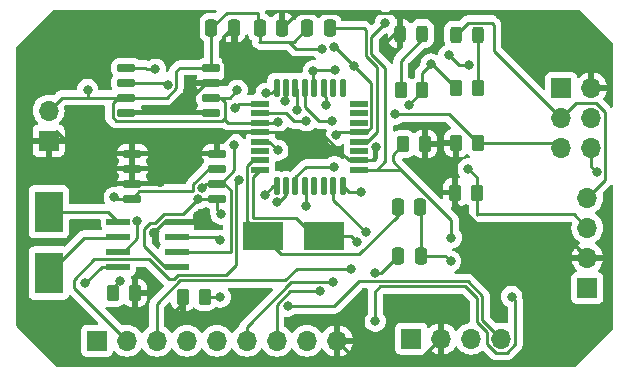
<source format=gbr>
%TF.GenerationSoftware,KiCad,Pcbnew,7.99.0-4047-gfc85112a72*%
%TF.CreationDate,2024-01-03T16:22:38+03:00*%
%TF.ProjectId,Prj 3 MCU DataLogger,50726a20-3320-44d4-9355-20446174614c,Version-1*%
%TF.SameCoordinates,Original*%
%TF.FileFunction,Copper,L1,Top*%
%TF.FilePolarity,Positive*%
%FSLAX46Y46*%
G04 Gerber Fmt 4.6, Leading zero omitted, Abs format (unit mm)*
G04 Created by KiCad (PCBNEW 7.99.0-4047-gfc85112a72) date 2024-01-03 16:22:38*
%MOMM*%
%LPD*%
G01*
G04 APERTURE LIST*
G04 Aperture macros list*
%AMRoundRect*
0 Rectangle with rounded corners*
0 $1 Rounding radius*
0 $2 $3 $4 $5 $6 $7 $8 $9 X,Y pos of 4 corners*
0 Add a 4 corners polygon primitive as box body*
4,1,4,$2,$3,$4,$5,$6,$7,$8,$9,$2,$3,0*
0 Add four circle primitives for the rounded corners*
1,1,$1+$1,$2,$3*
1,1,$1+$1,$4,$5*
1,1,$1+$1,$6,$7*
1,1,$1+$1,$8,$9*
0 Add four rect primitives between the rounded corners*
20,1,$1+$1,$2,$3,$4,$5,0*
20,1,$1+$1,$4,$5,$6,$7,0*
20,1,$1+$1,$6,$7,$8,$9,0*
20,1,$1+$1,$8,$9,$2,$3,0*%
G04 Aperture macros list end*
%TA.AperFunction,ComponentPad*%
%ADD10R,1.700000X1.700000*%
%TD*%
%TA.AperFunction,ComponentPad*%
%ADD11O,1.700000X1.700000*%
%TD*%
%TA.AperFunction,SMDPad,CuDef*%
%ADD12RoundRect,0.243750X0.243750X0.456250X-0.243750X0.456250X-0.243750X-0.456250X0.243750X-0.456250X0*%
%TD*%
%TA.AperFunction,SMDPad,CuDef*%
%ADD13RoundRect,0.250000X-0.262500X-0.450000X0.262500X-0.450000X0.262500X0.450000X-0.262500X0.450000X0*%
%TD*%
%TA.AperFunction,SMDPad,CuDef*%
%ADD14RoundRect,0.250000X0.250000X0.475000X-0.250000X0.475000X-0.250000X-0.475000X0.250000X-0.475000X0*%
%TD*%
%TA.AperFunction,SMDPad,CuDef*%
%ADD15RoundRect,0.038500X-0.696500X-0.236500X0.696500X-0.236500X0.696500X0.236500X-0.696500X0.236500X0*%
%TD*%
%TA.AperFunction,SMDPad,CuDef*%
%ADD16RoundRect,0.099000X-0.176000X-0.636000X0.176000X-0.636000X0.176000X0.636000X-0.176000X0.636000X0*%
%TD*%
%TA.AperFunction,SMDPad,CuDef*%
%ADD17R,3.500000X2.400000*%
%TD*%
%TA.AperFunction,SMDPad,CuDef*%
%ADD18RoundRect,0.250000X-0.250000X-0.475000X0.250000X-0.475000X0.250000X0.475000X-0.250000X0.475000X0*%
%TD*%
%TA.AperFunction,SMDPad,CuDef*%
%ADD19R,2.400000X3.500000*%
%TD*%
%TA.AperFunction,SMDPad,CuDef*%
%ADD20RoundRect,0.150000X-0.650000X-0.150000X0.650000X-0.150000X0.650000X0.150000X-0.650000X0.150000X0*%
%TD*%
%TA.AperFunction,SMDPad,CuDef*%
%ADD21RoundRect,0.250000X0.262500X0.450000X-0.262500X0.450000X-0.262500X-0.450000X0.262500X-0.450000X0*%
%TD*%
%TA.AperFunction,SMDPad,CuDef*%
%ADD22RoundRect,0.041300X-0.943700X-0.253700X0.943700X-0.253700X0.943700X0.253700X-0.943700X0.253700X0*%
%TD*%
%TA.AperFunction,SMDPad,CuDef*%
%ADD23RoundRect,0.150000X0.650000X0.150000X-0.650000X0.150000X-0.650000X-0.150000X0.650000X-0.150000X0*%
%TD*%
%TA.AperFunction,ViaPad*%
%ADD24C,0.900000*%
%TD*%
%TA.AperFunction,ViaPad*%
%ADD25C,0.800000*%
%TD*%
%TA.AperFunction,Conductor*%
%ADD26C,0.350000*%
%TD*%
%TA.AperFunction,Conductor*%
%ADD27C,0.250000*%
%TD*%
G04 APERTURE END LIST*
D10*
%TO.P,J4,1,Pin_1*%
%TO.N,/MISO*%
X134264400Y-78282800D03*
D11*
%TO.P,J4,2,Pin_2*%
%TO.N,/Vcc*%
X136804400Y-78282800D03*
%TO.P,J4,3,Pin_3*%
%TO.N,/SCK*%
X134264400Y-80822800D03*
%TO.P,J4,4,Pin_4*%
%TO.N,/MOSI*%
X136804400Y-80822800D03*
%TO.P,J4,5,Pin_5*%
%TO.N,/RESET*%
X134264400Y-83362800D03*
%TO.P,J4,6,Pin_6*%
%TO.N,GND*%
X136804400Y-83362800D03*
%TD*%
D10*
%TO.P,J2,1*%
%TO.N,GND*%
X121564400Y-99491800D03*
D11*
%TO.P,J2,2*%
%TO.N,/Vcc*%
X124104400Y-99491800D03*
%TO.P,J2,3*%
%TO.N,/RX*%
X126644400Y-99491800D03*
%TO.P,J2,4*%
%TO.N,/TX*%
X129184400Y-99491800D03*
%TD*%
D12*
%TO.P,D2,1,K*%
%TO.N,Net-(D2-K)*%
X122474200Y-73660000D03*
%TO.P,D2,2,A*%
%TO.N,/Vcc*%
X120599200Y-73660000D03*
%TD*%
D13*
%TO.P,R6,1*%
%TO.N,Net-(D2-K)*%
X120675000Y-78460600D03*
%TO.P,R6,2*%
%TO.N,GND*%
X122500000Y-78460600D03*
%TD*%
D14*
%TO.P,C2,1*%
%TO.N,GND*%
X122362000Y-92456000D03*
%TO.P,C2,2*%
%TO.N,Net-(U4-PB7)*%
X120462000Y-92456000D03*
%TD*%
%TO.P,C1,1*%
%TO.N,/Vcc*%
X106537800Y-73177400D03*
%TO.P,C1,2*%
%TO.N,GND*%
X104637800Y-73177400D03*
%TD*%
D13*
%TO.P,R7,1*%
%TO.N,GND*%
X125374000Y-78308200D03*
%TO.P,R7,2*%
%TO.N,Net-(D1-K)*%
X127199000Y-78308200D03*
%TD*%
D12*
%TO.P,D1,1,K*%
%TO.N,Net-(D1-K)*%
X127224000Y-73761600D03*
%TO.P,D1,2,A*%
%TO.N,/SCK*%
X125349000Y-73761600D03*
%TD*%
D15*
%TO.P,U4,1,PD3*%
%TO.N,/D3*%
X108790200Y-79602000D03*
%TO.P,U4,2,PD4*%
%TO.N,/D4*%
X108790200Y-80402000D03*
%TO.P,U4,3,GND*%
%TO.N,GND*%
X108790200Y-81202000D03*
%TO.P,U4,4,VCC*%
%TO.N,/Vcc*%
X108790200Y-82002000D03*
%TO.P,U4,5,GND*%
%TO.N,GND*%
X108790200Y-82802000D03*
%TO.P,U4,6,VCC*%
%TO.N,unconnected-(U4-VCC-Pad6)*%
X108790200Y-83602000D03*
%TO.P,U4,7,PB6*%
%TO.N,Net-(U4-PB6)*%
X108790200Y-84402000D03*
%TO.P,U4,8,PB7*%
%TO.N,Net-(U4-PB7)*%
X108790200Y-85202000D03*
D16*
%TO.P,U4,9,PD5*%
%TO.N,/D5*%
X110160200Y-86572000D03*
%TO.P,U4,10,PD6*%
%TO.N,/D6*%
X110960200Y-86572000D03*
%TO.P,U4,11,PD7*%
%TO.N,/D7*%
X111760200Y-86572000D03*
%TO.P,U4,12,PB0*%
%TO.N,/D8*%
X112560200Y-86572000D03*
%TO.P,U4,13,PB1*%
%TO.N,unconnected-(U4-PB1-Pad13)*%
X113360200Y-86572000D03*
%TO.P,U4,14,PB2*%
%TO.N,unconnected-(U4-PB2-Pad14)*%
X114160200Y-86572000D03*
%TO.P,U4,15,PB3*%
%TO.N,/MOSI*%
X114960200Y-86572000D03*
%TO.P,U4,16,PB4*%
%TO.N,/MISO*%
X115760200Y-86572000D03*
D15*
%TO.P,U4,17,PB5*%
%TO.N,/SCK*%
X117130200Y-85202000D03*
%TO.P,U4,18,AVCC*%
%TO.N,/Vcc*%
X117130200Y-84402000D03*
%TO.P,U4,19,ADC6*%
%TO.N,unconnected-(U4-ADC6-Pad19)*%
X117130200Y-83602000D03*
%TO.P,U4,20,AREF*%
%TO.N,Net-(U4-AREF)*%
X117130200Y-82802000D03*
%TO.P,U4,21,GND*%
%TO.N,GND*%
X117130200Y-82002000D03*
%TO.P,U4,22,ADC7*%
%TO.N,unconnected-(U4-ADC7-Pad22)*%
X117130200Y-81202000D03*
%TO.P,U4,23,PC0*%
%TO.N,unconnected-(U4-PC0-Pad23)*%
X117130200Y-80402000D03*
%TO.P,U4,24,PC1*%
%TO.N,unconnected-(U4-PC1-Pad24)*%
X117130200Y-79602000D03*
D16*
%TO.P,U4,25,PC2*%
%TO.N,unconnected-(U4-PC2-Pad25)*%
X115760200Y-78232000D03*
%TO.P,U4,26,PC3*%
%TO.N,unconnected-(U4-PC3-Pad26)*%
X114960200Y-78232000D03*
%TO.P,U4,27,PC4*%
%TO.N,/SDA*%
X114160200Y-78232000D03*
%TO.P,U4,28,PC5*%
%TO.N,/SCK*%
X113360200Y-78232000D03*
%TO.P,U4,29,PC6/~{RESET}*%
%TO.N,/RESET*%
X112560200Y-78232000D03*
%TO.P,U4,30,PD0*%
%TO.N,/RX*%
X111760200Y-78232000D03*
%TO.P,U4,31,PD1*%
%TO.N,/TX*%
X110960200Y-78232000D03*
%TO.P,U4,32,PD2*%
%TO.N,/D2*%
X110160200Y-78232000D03*
%TD*%
D17*
%TO.P,Y1,1,1*%
%TO.N,Net-(U4-PB7)*%
X114182200Y-90830400D03*
%TO.P,Y1,2,2*%
%TO.N,Net-(U4-PB6)*%
X108982200Y-90830400D03*
%TD*%
D10*
%TO.P,J1,1*%
%TO.N,GND*%
X136474200Y-95189200D03*
D11*
%TO.P,J1,2*%
%TO.N,/Vcc*%
X136474200Y-92649200D03*
%TO.P,J1,3*%
%TO.N,/SDA*%
X136474200Y-90109200D03*
%TO.P,J1,4*%
%TO.N,/SCK*%
X136474200Y-87569200D03*
%TD*%
D18*
%TO.P,C4,1*%
%TO.N,GND*%
X112765800Y-73228200D03*
%TO.P,C4,2*%
%TO.N,Net-(U4-AREF)*%
X114665800Y-73228200D03*
%TD*%
D13*
%TO.P,R4,1*%
%TO.N,/Vcc*%
X125270500Y-87122000D03*
%TO.P,R4,2*%
%TO.N,/SDA*%
X127095500Y-87122000D03*
%TD*%
%TO.P,R2,1*%
%TO.N,/Vcc*%
X102236900Y-95935800D03*
%TO.P,R2,2*%
%TO.N,Net-(U3-SQW{slash}~INT)*%
X104061900Y-95935800D03*
%TD*%
D14*
%TO.P,C5,1*%
%TO.N,/Vcc*%
X110652600Y-73177400D03*
%TO.P,C5,2*%
%TO.N,GND*%
X108752600Y-73177400D03*
%TD*%
D10*
%TO.P,BT1,1,+*%
%TO.N,/Vcc*%
X90855800Y-82732800D03*
D11*
%TO.P,BT1,2,-*%
%TO.N,GND*%
X90855800Y-80192800D03*
%TD*%
D10*
%TO.P,J3,1*%
%TO.N,/D2*%
X94945200Y-99669600D03*
D11*
%TO.P,J3,2*%
%TO.N,/D3*%
X97485200Y-99669600D03*
%TO.P,J3,3*%
%TO.N,/D4*%
X100025200Y-99669600D03*
%TO.P,J3,4*%
%TO.N,/D5*%
X102565200Y-99669600D03*
%TO.P,J3,5*%
%TO.N,/D6*%
X105105200Y-99669600D03*
%TO.P,J3,6*%
%TO.N,/D7*%
X107645200Y-99669600D03*
%TO.P,J3,7*%
%TO.N,/D8*%
X110185200Y-99669600D03*
%TO.P,J3,8*%
%TO.N,GND*%
X112725200Y-99669600D03*
%TO.P,J3,9*%
%TO.N,/Vcc*%
X115265200Y-99669600D03*
%TD*%
D19*
%TO.P,Y2,1,1*%
%TO.N,Net-(U3-X2)*%
X90881200Y-93938400D03*
%TO.P,Y2,2,2*%
%TO.N,Net-(U3-X1)*%
X90881200Y-88738400D03*
%TD*%
D20*
%TO.P,U1,1,A0*%
%TO.N,/Vcc*%
X97949200Y-83820000D03*
%TO.P,U1,2,A1*%
X97949200Y-85090000D03*
%TO.P,U1,3,A2*%
X97949200Y-86360000D03*
%TO.P,U1,4,GND*%
%TO.N,GND*%
X97949200Y-87630000D03*
%TO.P,U1,5,SDA*%
%TO.N,/SDA*%
X105149200Y-87630000D03*
%TO.P,U1,6,SCL*%
%TO.N,/SCK*%
X105149200Y-86360000D03*
%TO.P,U1,7,WP*%
%TO.N,GND*%
X105149200Y-85090000D03*
%TO.P,U1,8,VCC*%
%TO.N,/Vcc*%
X105149200Y-83820000D03*
%TD*%
D21*
%TO.P,R3,1*%
%TO.N,/Vcc*%
X122730900Y-83007200D03*
%TO.P,R3,2*%
%TO.N,/SCK*%
X120905900Y-83007200D03*
%TD*%
D13*
%TO.P,R5,1*%
%TO.N,/Vcc*%
X125350900Y-82931000D03*
%TO.P,R5,2*%
%TO.N,/RESET*%
X127175900Y-82931000D03*
%TD*%
D21*
%TO.P,R1,1*%
%TO.N,/Vcc*%
X98169100Y-95631000D03*
%TO.P,R1,2*%
%TO.N,Net-(U3-~{INTA})*%
X96344100Y-95631000D03*
%TD*%
D22*
%TO.P,U3,1,X1*%
%TO.N,Net-(U3-X1)*%
X96760600Y-89611200D03*
%TO.P,U3,2,X2*%
%TO.N,Net-(U3-X2)*%
X96760600Y-90881200D03*
%TO.P,U3,3,~{INTA}*%
%TO.N,Net-(U3-~{INTA})*%
X96760600Y-92151200D03*
%TO.P,U3,4,GND*%
%TO.N,GND*%
X96760600Y-93421200D03*
%TO.P,U3,5,SDA*%
%TO.N,/SDA*%
X101710600Y-93421200D03*
%TO.P,U3,6,SCL*%
%TO.N,/SCK*%
X101710600Y-92151200D03*
%TO.P,U3,7,SQW/~INT*%
%TO.N,Net-(U3-SQW{slash}~INT)*%
X101710600Y-90881200D03*
%TO.P,U3,8,VCC*%
%TO.N,/Vcc*%
X101710600Y-89611200D03*
%TD*%
D23*
%TO.P,U2,1,A0*%
%TO.N,/Vcc*%
X104648000Y-80365600D03*
%TO.P,U2,2,A1*%
%TO.N,GND*%
X104648000Y-79095600D03*
%TO.P,U2,3,A2*%
%TO.N,/Vcc*%
X104648000Y-77825600D03*
%TO.P,U2,4,GND*%
%TO.N,GND*%
X104648000Y-76555600D03*
%TO.P,U2,5,SDA*%
%TO.N,/SDA*%
X97448000Y-76555600D03*
%TO.P,U2,6,SCL*%
%TO.N,/SCK*%
X97448000Y-77825600D03*
%TO.P,U2,7,WP*%
%TO.N,GND*%
X97448000Y-79095600D03*
%TO.P,U2,8,VCC*%
%TO.N,/Vcc*%
X97448000Y-80365600D03*
%TD*%
D14*
%TO.P,C3,1*%
%TO.N,GND*%
X122334300Y-88366600D03*
%TO.P,C3,2*%
%TO.N,Net-(U4-PB6)*%
X120434300Y-88366600D03*
%TD*%
D24*
%TO.N,/Vcc*%
X103529628Y-89102428D03*
X100330000Y-86210000D03*
D25*
%TO.N,GND*%
X121361200Y-79705200D03*
X124739400Y-75514200D03*
X126441200Y-76352400D03*
X115036600Y-74777600D03*
X110261400Y-81127000D03*
X110261400Y-83540600D03*
D24*
%TO.N,/Vcc*%
X99796600Y-90551000D03*
D25*
%TO.N,GND*%
X115229008Y-82281392D03*
D24*
%TO.N,/Vcc*%
X97078800Y-73329800D03*
X102768400Y-77800200D03*
D25*
%TO.N,GND*%
X130073400Y-95935800D03*
X124891800Y-92938600D03*
D24*
%TO.N,/Vcc*%
X94462600Y-86614000D03*
X108153200Y-75209400D03*
D25*
%TO.N,Net-(U3-~{INTA})*%
X98345599Y-89523400D03*
X96875600Y-94589600D03*
%TO.N,GND*%
X118516400Y-98018600D03*
X93954600Y-94818200D03*
X116730353Y-76420553D03*
D24*
%TO.N,/Vcc*%
X99796600Y-94970600D03*
D25*
X118605000Y-83276791D03*
X119265700Y-74510900D03*
%TO.N,GND*%
X96418400Y-87528400D03*
X113995200Y-74980800D03*
X94157800Y-78409800D03*
X106832400Y-78460600D03*
X137254400Y-85369400D03*
X123240800Y-76250800D03*
D24*
%TO.N,/Vcc*%
X95834200Y-86360000D03*
X106756200Y-75107800D03*
D25*
X124028200Y-81762600D03*
D24*
X101193600Y-97612200D03*
D25*
%TO.N,Net-(U4-PB7)*%
X116967000Y-91338400D03*
X118491000Y-93903800D03*
%TO.N,/SCK*%
X119380000Y-72733200D03*
X124968000Y-90932000D03*
X113258600Y-76835000D03*
X103854598Y-86699779D03*
X115087400Y-76708000D03*
X100939600Y-77978000D03*
X106578400Y-83058000D03*
%TO.N,/SDA*%
X103525494Y-87644076D03*
X99898200Y-76682600D03*
X114325400Y-79730600D03*
X126365000Y-85115400D03*
X105460800Y-88950800D03*
%TO.N,/TX*%
X111099600Y-96748600D03*
X110892192Y-79345391D03*
%TO.N,/RX*%
X111870422Y-80102938D03*
%TO.N,/D5*%
X109140406Y-87321804D03*
%TO.N,/D6*%
X110153989Y-87907000D03*
%TO.N,/D3*%
X106971000Y-86055200D03*
X106635800Y-79940281D03*
%TO.N,/D2*%
X109270800Y-78727000D03*
%TO.N,/D4*%
X116484400Y-93573600D03*
X112674400Y-81076800D03*
%TO.N,/D8*%
X112623600Y-88239600D03*
X113817400Y-95490200D03*
%TO.N,/D7*%
X114935000Y-94716600D03*
X115062000Y-84937600D03*
%TO.N,/RESET*%
X120218200Y-80492600D03*
X114884200Y-81076800D03*
%TO.N,/MISO*%
X117271800Y-87096600D03*
%TO.N,/MOSI*%
X117729000Y-90500200D03*
%TO.N,Net-(U3-SQW{slash}~INT)*%
X105384600Y-95986600D03*
X105333800Y-91174400D03*
%TD*%
D26*
%TO.N,/Vcc*%
X103020856Y-89611200D02*
X103529628Y-89102428D01*
X101710600Y-89611200D02*
X103020856Y-89611200D01*
X100180000Y-86360000D02*
X97949200Y-86360000D01*
X100330000Y-86210000D02*
X100180000Y-86360000D01*
D27*
%TO.N,/SDA*%
X100725601Y-93421200D02*
X101710600Y-93421200D01*
X98971600Y-90209273D02*
X98971600Y-91667199D01*
X99843782Y-89726000D02*
X99454873Y-89726000D01*
X100350600Y-89183918D02*
X100350600Y-89219182D01*
X100593318Y-88941200D02*
X100350600Y-89183918D01*
X102228370Y-88941200D02*
X100593318Y-88941200D01*
X100350600Y-89219182D02*
X99843782Y-89726000D01*
X103525494Y-87644076D02*
X102228370Y-88941200D01*
X98971600Y-91667199D02*
X100725601Y-93421200D01*
X99454873Y-89726000D02*
X98971600Y-90209273D01*
%TO.N,GND*%
X104439072Y-85090000D02*
X105149200Y-85090000D01*
X103109265Y-87035000D02*
X103109265Y-86419807D01*
X98544200Y-87035000D02*
X103109265Y-87035000D01*
X103109265Y-86419807D02*
X104439072Y-85090000D01*
X97949200Y-87630000D02*
X98544200Y-87035000D01*
%TO.N,/SDA*%
X103539570Y-87630000D02*
X105149200Y-87630000D01*
X103525494Y-87644076D02*
X103539570Y-87630000D01*
%TO.N,GND*%
X122500000Y-78566400D02*
X121361200Y-79705200D01*
X122500000Y-78460600D02*
X122500000Y-78566400D01*
%TO.N,Net-(U4-AREF)*%
X118643400Y-81965800D02*
X117807200Y-82802000D01*
X118643400Y-76506196D02*
X118643400Y-81965800D01*
X117723200Y-75585996D02*
X118643400Y-76506196D01*
X117576600Y-73228200D02*
X117723200Y-73374800D01*
X117723200Y-73374800D02*
X117723200Y-75585996D01*
X114665800Y-73228200D02*
X117576600Y-73228200D01*
X117807200Y-82802000D02*
X117130200Y-82802000D01*
%TO.N,GND*%
X123316600Y-76250800D02*
X125374000Y-78308200D01*
X122500000Y-76991600D02*
X123240800Y-76250800D01*
X123240800Y-76250800D02*
X123316600Y-76250800D01*
X122500000Y-78460600D02*
X122500000Y-76991600D01*
X125577600Y-76352400D02*
X124739400Y-75514200D01*
X126441200Y-76352400D02*
X125577600Y-76352400D01*
%TO.N,/Vcc*%
X120116600Y-73660000D02*
X120599200Y-73660000D01*
X119265700Y-74510900D02*
X120116600Y-73660000D01*
%TO.N,Net-(D2-K)*%
X122474200Y-74147200D02*
X122474200Y-73660000D01*
X120675000Y-75946400D02*
X122474200Y-74147200D01*
X120675000Y-78460600D02*
X120675000Y-75946400D01*
%TO.N,GND*%
X115036600Y-74777600D02*
X115087400Y-74777600D01*
X115087400Y-74777600D02*
X116730353Y-76420553D01*
%TO.N,/SCK*%
X118658400Y-85202000D02*
X117130200Y-85202000D01*
X118173200Y-73940000D02*
X118173200Y-75399600D01*
X118173200Y-75399600D02*
X119380000Y-76606400D01*
X119380000Y-72733200D02*
X118173200Y-73940000D01*
X119380000Y-84480400D02*
X118658400Y-85202000D01*
X119380000Y-76606400D02*
X119380000Y-84480400D01*
%TO.N,GND*%
X117778334Y-82002000D02*
X117130200Y-82002000D01*
X118190200Y-77880400D02*
X118190200Y-81590134D01*
X118190200Y-81590134D02*
X117778334Y-82002000D01*
X116730353Y-76420553D02*
X118190200Y-77880400D01*
X111785400Y-74955400D02*
X111226600Y-74396600D01*
X113969800Y-74955400D02*
X111785400Y-74955400D01*
X113995200Y-74980800D02*
X113969800Y-74955400D01*
X110186400Y-81202000D02*
X108790200Y-81202000D01*
X110261400Y-81127000D02*
X110186400Y-81202000D01*
X109522800Y-82802000D02*
X110261400Y-83540600D01*
X108790200Y-82802000D02*
X109522800Y-82802000D01*
D26*
%TO.N,/Vcc*%
X100736400Y-89611200D02*
X99796600Y-90551000D01*
X101710600Y-89611200D02*
X100736400Y-89611200D01*
D27*
%TO.N,Net-(U3-~{INTA})*%
X98345599Y-91012773D02*
X97207172Y-92151200D01*
X97207172Y-92151200D02*
X96760600Y-92151200D01*
X98345599Y-89523400D02*
X98345599Y-91012773D01*
%TO.N,/D3*%
X106724200Y-86302000D02*
X106971000Y-86055200D01*
X106724200Y-93287600D02*
X106724200Y-86302000D01*
X105897600Y-94114200D02*
X106724200Y-93287600D01*
X101818794Y-94114200D02*
X105897600Y-94114200D01*
X99344028Y-92771200D02*
X101010028Y-94437200D01*
X101010028Y-94437200D02*
X101495794Y-94437200D01*
X92989400Y-94488000D02*
X94706200Y-92771200D01*
X94706200Y-92771200D02*
X99344028Y-92771200D01*
X92989400Y-95173800D02*
X92989400Y-94488000D01*
X97485200Y-99669600D02*
X92989400Y-95173800D01*
X101495794Y-94437200D02*
X101818794Y-94114200D01*
%TO.N,GND*%
X115508400Y-82002000D02*
X117130200Y-82002000D01*
X115229008Y-82281392D02*
X115508400Y-82002000D01*
%TO.N,/Vcc*%
X113853600Y-82002000D02*
X108790200Y-82002000D01*
X116253600Y-84402000D02*
X113853600Y-82002000D01*
X117130200Y-84402000D02*
X116253600Y-84402000D01*
%TO.N,/D7*%
X111760200Y-85837001D02*
X111760200Y-86572000D01*
X112659601Y-84937600D02*
X111760200Y-85837001D01*
X115062000Y-84937600D02*
X112659601Y-84937600D01*
%TO.N,GND*%
X106197400Y-79095600D02*
X106832400Y-78460600D01*
X104648000Y-79095600D02*
X106197400Y-79095600D01*
%TO.N,/D3*%
X106635800Y-79940281D02*
X106974081Y-79602000D01*
X106974081Y-79602000D02*
X108790200Y-79602000D01*
%TO.N,/SCK*%
X106578400Y-85242405D02*
X106578400Y-83058000D01*
X105460805Y-86360000D02*
X106578400Y-85242405D01*
X105149200Y-86360000D02*
X105460805Y-86360000D01*
D26*
%TO.N,/Vcc*%
X106467673Y-82002000D02*
X108790200Y-82002000D01*
X105691073Y-82778600D02*
X106467673Y-82002000D01*
X91586600Y-82002000D02*
X92363200Y-82778600D01*
X92363200Y-82778600D02*
X105691073Y-82778600D01*
D27*
%TO.N,GND*%
X108790200Y-82802000D02*
X109525199Y-82802000D01*
%TO.N,/Vcc*%
X120599200Y-72466200D02*
X120599200Y-73660000D01*
X120091200Y-71958200D02*
X120599200Y-72466200D01*
X111871800Y-71958200D02*
X120091200Y-71958200D01*
X110652600Y-73177400D02*
X111871800Y-71958200D01*
X118417000Y-84402000D02*
X117130200Y-84402000D01*
X118605000Y-84214000D02*
X118417000Y-84402000D01*
X118605000Y-83276791D02*
X118605000Y-84214000D01*
D26*
X102768400Y-77901800D02*
X102768400Y-77800200D01*
X103496436Y-78629836D02*
X102768400Y-77901800D01*
X103496436Y-78629836D02*
X104300672Y-77825600D01*
X101760672Y-80365600D02*
X103496436Y-78629836D01*
D27*
%TO.N,GND*%
X101664600Y-76872000D02*
X101981000Y-76555600D01*
X101664600Y-78278305D02*
X101664600Y-76872000D01*
X100847305Y-79095600D02*
X101664600Y-78278305D01*
X97448000Y-79095600D02*
X100847305Y-79095600D01*
X101981000Y-76555600D02*
X104648000Y-76555600D01*
X118516400Y-95504000D02*
X118516400Y-98018600D01*
X126153204Y-95065000D02*
X118955400Y-95065000D01*
X118955400Y-95065000D02*
X118516400Y-95504000D01*
X127134200Y-98077996D02*
X127134200Y-96045996D01*
X128009400Y-98953196D02*
X127134200Y-98077996D01*
X128697699Y-100666800D02*
X128009400Y-99978501D01*
X127134200Y-96045996D02*
X126153204Y-95065000D01*
X130359400Y-99978501D02*
X129671101Y-100666800D01*
X130359400Y-96221800D02*
X130359400Y-99978501D01*
X129671101Y-100666800D02*
X128697699Y-100666800D01*
X130073400Y-95935800D02*
X130359400Y-96221800D01*
X128009400Y-99978501D02*
X128009400Y-98953196D01*
%TO.N,/TX*%
X115011200Y-96748600D02*
X111099600Y-96748600D01*
X118805105Y-94615000D02*
X118791305Y-94628800D01*
X126339600Y-94615000D02*
X118805105Y-94615000D01*
X127584200Y-95859600D02*
X126339600Y-94615000D01*
X127584200Y-97891600D02*
X127584200Y-95859600D01*
X118190695Y-94628800D02*
X118176895Y-94615000D01*
X129184400Y-99491800D02*
X127584200Y-97891600D01*
X118791305Y-94628800D02*
X118190695Y-94628800D01*
D26*
%TO.N,/Vcc*%
X122148600Y-101447600D02*
X124104400Y-99491800D01*
X117043200Y-101447600D02*
X122148600Y-101447600D01*
D27*
%TO.N,/TX*%
X117144800Y-94615000D02*
X115011200Y-96748600D01*
D26*
%TO.N,/Vcc*%
X115265200Y-99669600D02*
X117043200Y-101447600D01*
D27*
%TO.N,/TX*%
X118176895Y-94615000D02*
X117144800Y-94615000D01*
%TO.N,/SCK*%
X119989600Y-83923500D02*
X120905900Y-83007200D01*
X119989600Y-84476800D02*
X119989600Y-83923500D01*
X120905900Y-85393100D02*
X119989600Y-84476800D01*
%TO.N,/SDA*%
X135315800Y-88950800D02*
X136474200Y-90109200D01*
X127165600Y-88950800D02*
X135315800Y-88950800D01*
X127095500Y-89020900D02*
X127165600Y-88950800D01*
X127095500Y-87122000D02*
X127095500Y-89020900D01*
D26*
%TO.N,/Vcc*%
X125270500Y-87973718D02*
X125270500Y-87122000D01*
X129041582Y-91744800D02*
X125270500Y-87973718D01*
X136474200Y-92649200D02*
X135569800Y-91744800D01*
X135569800Y-91744800D02*
X129041582Y-91744800D01*
D27*
%TO.N,GND*%
X106017800Y-81202000D02*
X105714800Y-80899000D01*
X108790200Y-81202000D02*
X106017800Y-81202000D01*
X105714800Y-80899000D02*
X105823000Y-80790800D01*
X105573200Y-81040600D02*
X105714800Y-80899000D01*
X96560000Y-81040600D02*
X105573200Y-81040600D01*
%TO.N,/TX*%
X110892192Y-78300008D02*
X110960200Y-78232000D01*
X110892192Y-79345391D02*
X110892192Y-78300008D01*
%TO.N,/RX*%
X111870422Y-78342222D02*
X111760200Y-78232000D01*
X111870422Y-80102938D02*
X111870422Y-78342222D01*
%TO.N,/RESET*%
X114884200Y-81076800D02*
X113757295Y-81076800D01*
X113757295Y-81076800D02*
X112560200Y-79879705D01*
X112560200Y-79879705D02*
X112560200Y-78232000D01*
%TO.N,/D4*%
X112674400Y-81076800D02*
X111623695Y-81076800D01*
X111623695Y-81076800D02*
X110948895Y-80402000D01*
X110948895Y-80402000D02*
X108790200Y-80402000D01*
%TO.N,/SDA*%
X114325400Y-79011570D02*
X114160200Y-78846370D01*
X114160200Y-78846370D02*
X114160200Y-78232000D01*
X114325400Y-79730600D02*
X114325400Y-79011570D01*
%TO.N,GND*%
X124409200Y-92456000D02*
X122362000Y-92456000D01*
X124891800Y-92938600D02*
X124409200Y-92456000D01*
X122362000Y-92456000D02*
X122362000Y-92928400D01*
X108790200Y-81202000D02*
X108780400Y-81192200D01*
D26*
%TO.N,/Vcc*%
X95834200Y-86360000D02*
X97949200Y-86360000D01*
X106756200Y-73395800D02*
X106537800Y-73177400D01*
X106756200Y-75107800D02*
X106756200Y-73395800D01*
D27*
%TO.N,Net-(U3-~{INTA})*%
X96344100Y-95121100D02*
X96875600Y-94589600D01*
X96344100Y-95631000D02*
X96344100Y-95121100D01*
D26*
%TO.N,/Vcc*%
X99136200Y-95631000D02*
X99796600Y-94970600D01*
X98169100Y-95631000D02*
X99136200Y-95631000D01*
D27*
%TO.N,GND*%
X95351600Y-93421200D02*
X93954600Y-94818200D01*
X96760600Y-93421200D02*
X95351600Y-93421200D01*
D26*
%TO.N,/Vcc*%
X105873000Y-77400599D02*
X105447999Y-77825600D01*
X105873000Y-76163272D02*
X105873000Y-77400599D01*
X105447999Y-77825600D02*
X104648000Y-77825600D01*
X105740200Y-73975000D02*
X105740200Y-76030472D01*
X106537800Y-73177400D02*
X105740200Y-73975000D01*
X105740200Y-76030472D02*
X105873000Y-76163272D01*
X101193600Y-97612200D02*
X102236900Y-96568900D01*
X102236900Y-96568900D02*
X102236900Y-95935800D01*
D27*
%TO.N,GND*%
X136804400Y-84919400D02*
X137254400Y-85369400D01*
X136804400Y-83362800D02*
X136804400Y-84919400D01*
%TO.N,/Vcc*%
X90855800Y-82732800D02*
X91586600Y-82002000D01*
%TO.N,GND*%
X104637800Y-73177400D02*
X105933200Y-71882000D01*
X105447999Y-79095600D02*
X105823000Y-79470601D01*
X96273000Y-79545800D02*
X96723200Y-79095600D01*
X108559600Y-72984400D02*
X108752600Y-73177400D01*
X104648000Y-79095600D02*
X105447999Y-79095600D01*
X96560000Y-81040600D02*
X96273000Y-80753600D01*
X105823000Y-79470601D02*
X105823000Y-80790800D01*
X108712000Y-74396600D02*
X108752600Y-74356000D01*
X122362000Y-92456000D02*
X122362000Y-88394300D01*
X108752600Y-74356000D02*
X108752600Y-73177400D01*
X90855800Y-80192800D02*
X91953000Y-79095600D01*
X111597400Y-74396600D02*
X111226600Y-74396600D01*
X125221600Y-78460600D02*
X125374000Y-78308200D01*
X94157800Y-79095600D02*
X97448000Y-79095600D01*
X96273000Y-80753600D02*
X96273000Y-79545800D01*
X122500000Y-78460600D02*
X122682000Y-78460600D01*
X94157800Y-79095600D02*
X94157800Y-78409800D01*
X105933200Y-71882000D02*
X108559600Y-71882000D01*
X122362000Y-88394300D02*
X122334300Y-88366600D01*
X91953000Y-79095600D02*
X94157800Y-79095600D01*
X111226600Y-74396600D02*
X108712000Y-74396600D01*
X112765800Y-73228200D02*
X111597400Y-74396600D01*
X104637800Y-73177400D02*
X104637800Y-76545400D01*
X97949200Y-87630000D02*
X96520000Y-87630000D01*
X96723200Y-79095600D02*
X97448000Y-79095600D01*
X108559600Y-71882000D02*
X108559600Y-72984400D01*
X104637800Y-76545400D02*
X104648000Y-76555600D01*
X96520000Y-87630000D02*
X96418400Y-87528400D01*
D26*
%TO.N,/Vcc*%
X125270500Y-87122000D02*
X125270500Y-86768700D01*
X125274700Y-83007200D02*
X125350900Y-82931000D01*
X97949200Y-85090000D02*
X97949200Y-86360000D01*
X104300672Y-77825600D02*
X104648000Y-77825600D01*
X104648000Y-80365600D02*
X101760672Y-80365600D01*
X97949200Y-83820000D02*
X105149200Y-83820000D01*
X124028200Y-83007200D02*
X125274700Y-83007200D01*
X124028200Y-83007200D02*
X124028200Y-81762600D01*
X125270500Y-83011400D02*
X125350900Y-82931000D01*
X125350900Y-86688300D02*
X125350900Y-82931000D01*
X97949200Y-83820000D02*
X97949200Y-85090000D01*
X97448000Y-80365600D02*
X101760672Y-80365600D01*
X122730900Y-83007200D02*
X124028200Y-83007200D01*
X125270500Y-86768700D02*
X125350900Y-86688300D01*
D27*
%TO.N,Net-(U4-PB7)*%
X120462000Y-92456000D02*
X119014200Y-93903800D01*
X113309400Y-90830400D02*
X111784400Y-89305400D01*
X108146000Y-89305400D02*
X108146000Y-85846200D01*
X114182200Y-90830400D02*
X113309400Y-90830400D01*
X108146000Y-85846200D02*
X108790200Y-85202000D01*
X119014200Y-93903800D02*
X118491000Y-93903800D01*
X111784400Y-89305400D02*
X108146000Y-89305400D01*
X116459000Y-90830400D02*
X114182200Y-90830400D01*
X116967000Y-91338400D02*
X116459000Y-90830400D01*
%TO.N,Net-(U4-PB6)*%
X108982200Y-90830400D02*
X110507200Y-92355400D01*
X120434300Y-89091600D02*
X120434300Y-88366600D01*
X107696000Y-89544200D02*
X107696000Y-84848066D01*
X107696000Y-84848066D02*
X108142066Y-84402000D01*
X108982200Y-90830400D02*
X107696000Y-89544200D01*
X110507200Y-92355400D02*
X117170500Y-92355400D01*
X117170500Y-92355400D02*
X120434300Y-89091600D01*
X108142066Y-84402000D02*
X108790200Y-84402000D01*
%TO.N,Net-(D1-K)*%
X127224000Y-78283200D02*
X127199000Y-78308200D01*
X127224000Y-73761600D02*
X127224000Y-78283200D01*
%TO.N,/SCK*%
X105740200Y-86360000D02*
X105149200Y-86360000D01*
X137979400Y-86064000D02*
X137979400Y-80336099D01*
X113258600Y-78130400D02*
X113360200Y-78232000D01*
X125349000Y-73761600D02*
X126374000Y-72736600D01*
X113258600Y-76835000D02*
X113258600Y-78130400D01*
X113385600Y-76708000D02*
X113258600Y-76835000D01*
X137979400Y-80336099D02*
X137221501Y-79578200D01*
X136474200Y-87569200D02*
X137979400Y-86064000D01*
X126374000Y-72736600D02*
X128362600Y-72736600D01*
X105149200Y-86360000D02*
X104194377Y-86360000D01*
X137221501Y-79578200D02*
X135509000Y-79578200D01*
X128549400Y-75107800D02*
X134264400Y-80822800D01*
X128362600Y-72736600D02*
X128549400Y-72923400D01*
X120714800Y-85202000D02*
X120905900Y-85393100D01*
X135509000Y-79578200D02*
X134264400Y-80822800D01*
X100939600Y-77978000D02*
X100787200Y-77825600D01*
X106274200Y-86894000D02*
X105740200Y-86360000D01*
X115087400Y-76708000D02*
X113385600Y-76708000D01*
X117130200Y-85202000D02*
X120714800Y-85202000D01*
X104194377Y-86360000D02*
X103854598Y-86699779D01*
X124968000Y-90932000D02*
X124968000Y-89455200D01*
X124968000Y-89455200D02*
X120905900Y-85393100D01*
X101710600Y-92151200D02*
X106274200Y-92151200D01*
X106274200Y-92151200D02*
X106274200Y-86894000D01*
X128549400Y-72923400D02*
X128549400Y-75107800D01*
X100787200Y-77825600D02*
X97448000Y-77825600D01*
%TO.N,/SDA*%
X127095500Y-85845900D02*
X126365000Y-85115400D01*
X99187000Y-76682600D02*
X99060000Y-76555600D01*
X105149200Y-87630000D02*
X105149200Y-88639200D01*
X105149200Y-88639200D02*
X105460800Y-88950800D01*
X99060000Y-76555600D02*
X97448000Y-76555600D01*
X127095500Y-87122000D02*
X127095500Y-85845900D01*
X99898200Y-76682600D02*
X99187000Y-76682600D01*
%TO.N,/D5*%
X109890210Y-86572000D02*
X110160200Y-86572000D01*
X109140406Y-87321804D02*
X109890210Y-86572000D01*
%TO.N,/D6*%
X110960200Y-87306999D02*
X110960200Y-86572000D01*
X110360199Y-87907000D02*
X110960200Y-87306999D01*
X110153989Y-87907000D02*
X110360199Y-87907000D01*
%TO.N,/D2*%
X109665200Y-78727000D02*
X110160200Y-78232000D01*
X109270800Y-78727000D02*
X109665200Y-78727000D01*
%TO.N,/D4*%
X111887000Y-93573600D02*
X116484400Y-93573600D01*
X102005190Y-94564200D02*
X110896400Y-94564200D01*
X100025200Y-96544190D02*
X102005190Y-94564200D01*
X110896400Y-94564200D02*
X111887000Y-93573600D01*
X100025200Y-99669600D02*
X100025200Y-96544190D01*
%TO.N,/D8*%
X112623600Y-86635400D02*
X112560200Y-86572000D01*
X112623600Y-88239600D02*
X112623600Y-86635400D01*
X110185200Y-96637695D02*
X111332695Y-95490200D01*
X110185200Y-99669600D02*
X110185200Y-96637695D01*
X111332695Y-95490200D02*
X113817400Y-95490200D01*
%TO.N,/D7*%
X111396119Y-94716600D02*
X114935000Y-94716600D01*
X107645200Y-99669600D02*
X107645200Y-98467519D01*
X107645200Y-98467519D02*
X111396119Y-94716600D01*
%TO.N,/RESET*%
X127175900Y-82931000D02*
X133832600Y-82931000D01*
X133832600Y-82931000D02*
X134264400Y-83362800D01*
X124737500Y-80492600D02*
X120218200Y-80492600D01*
X127175900Y-82931000D02*
X124737500Y-80492600D01*
%TO.N,/MISO*%
X116284800Y-87096600D02*
X115760200Y-86572000D01*
X117271800Y-87096600D02*
X116284800Y-87096600D01*
%TO.N,/MOSI*%
X114960200Y-87731400D02*
X114960200Y-86572000D01*
X117729000Y-90500200D02*
X114960200Y-87731400D01*
%TO.N,Net-(U3-SQW{slash}~INT)*%
X105333800Y-95935800D02*
X105384600Y-95986600D01*
X105333800Y-91174400D02*
X105040600Y-90881200D01*
X104061900Y-95935800D02*
X105333800Y-95935800D01*
X105040600Y-90881200D02*
X101710600Y-90881200D01*
%TO.N,Net-(U3-X2)*%
X93862200Y-90957400D02*
X96684400Y-90957400D01*
X96684400Y-90957400D02*
X96760600Y-90881200D01*
X90881200Y-93938400D02*
X93862200Y-90957400D01*
%TO.N,Net-(U3-X1)*%
X90881200Y-88738400D02*
X95887800Y-88738400D01*
X95887800Y-88738400D02*
X96760600Y-89611200D01*
%TD*%
%TA.AperFunction,Conductor*%
%TO.N,/Vcc*%
G36*
X104970105Y-71661216D02*
G01*
X105037129Y-71680938D01*
X105082854Y-71733768D01*
X105092758Y-71802932D01*
X105063697Y-71866471D01*
X105057712Y-71872895D01*
X105015028Y-71915580D01*
X104953706Y-71949066D01*
X104927346Y-71951900D01*
X104337798Y-71951900D01*
X104337780Y-71951901D01*
X104235003Y-71962400D01*
X104235000Y-71962401D01*
X104068468Y-72017585D01*
X104068463Y-72017587D01*
X103919142Y-72109689D01*
X103795089Y-72233742D01*
X103702987Y-72383063D01*
X103702985Y-72383068D01*
X103677658Y-72459500D01*
X103647801Y-72549603D01*
X103647801Y-72549604D01*
X103647800Y-72549604D01*
X103637300Y-72652383D01*
X103637300Y-73702401D01*
X103637301Y-73702419D01*
X103647800Y-73805196D01*
X103647801Y-73805199D01*
X103702985Y-73971731D01*
X103702987Y-73971736D01*
X103737869Y-74028288D01*
X103794896Y-74120745D01*
X103795089Y-74121057D01*
X103919145Y-74245113D01*
X103953394Y-74266237D01*
X104000120Y-74318184D01*
X104012300Y-74371777D01*
X104012300Y-75634179D01*
X103992615Y-75701218D01*
X103939811Y-75746973D01*
X103901665Y-75756855D01*
X103901667Y-75756863D01*
X103901562Y-75756882D01*
X103898035Y-75757796D01*
X103895440Y-75758000D01*
X103895426Y-75758002D01*
X103737606Y-75803854D01*
X103737603Y-75803855D01*
X103596137Y-75887517D01*
X103596129Y-75887523D01*
X103589872Y-75893781D01*
X103528549Y-75927266D01*
X103502191Y-75930100D01*
X101919389Y-75930100D01*
X101858971Y-75942118D01*
X101815743Y-75950716D01*
X101798546Y-75954137D01*
X101684716Y-76001287D01*
X101684707Y-76001292D01*
X101582268Y-76069740D01*
X101560063Y-76091946D01*
X101495142Y-76156867D01*
X101178744Y-76473264D01*
X101178742Y-76473267D01*
X101164893Y-76493994D01*
X101164892Y-76493996D01*
X101164891Y-76493995D01*
X101110289Y-76575712D01*
X101110285Y-76575719D01*
X101081011Y-76646393D01*
X101081012Y-76646394D01*
X101066017Y-76682598D01*
X101063529Y-76688604D01*
X101063509Y-76688651D01*
X101063138Y-76689545D01*
X101063137Y-76689548D01*
X101063137Y-76689549D01*
X101039348Y-76809149D01*
X101039338Y-76809195D01*
X101039335Y-76809214D01*
X101039019Y-76810796D01*
X101006584Y-76872681D01*
X100945841Y-76907206D01*
X100876074Y-76903411D01*
X100819435Y-76862499D01*
X100793906Y-76797460D01*
X100794099Y-76773560D01*
X100803660Y-76682600D01*
X100783874Y-76494344D01*
X100725379Y-76314316D01*
X100630733Y-76150384D01*
X100504071Y-76009712D01*
X100504070Y-76009711D01*
X100350934Y-75898451D01*
X100350929Y-75898448D01*
X100178007Y-75821457D01*
X100178002Y-75821455D01*
X100032201Y-75790465D01*
X99992846Y-75782100D01*
X99803554Y-75782100D01*
X99771097Y-75788998D01*
X99618397Y-75821455D01*
X99618392Y-75821457D01*
X99445470Y-75898448D01*
X99445468Y-75898450D01*
X99379113Y-75946658D01*
X99313307Y-75970136D01*
X99258778Y-75960899D01*
X99242455Y-75954138D01*
X99242453Y-75954137D01*
X99242452Y-75954137D01*
X99182029Y-75942118D01*
X99121610Y-75930100D01*
X99121607Y-75930100D01*
X99121606Y-75930100D01*
X98593809Y-75930100D01*
X98526770Y-75910415D01*
X98506128Y-75893781D01*
X98499870Y-75887523D01*
X98499862Y-75887517D01*
X98387683Y-75821175D01*
X98358398Y-75803856D01*
X98358397Y-75803855D01*
X98358396Y-75803855D01*
X98358393Y-75803854D01*
X98200573Y-75758002D01*
X98200567Y-75758001D01*
X98163701Y-75755100D01*
X98163694Y-75755100D01*
X96732306Y-75755100D01*
X96732298Y-75755100D01*
X96695432Y-75758001D01*
X96695426Y-75758002D01*
X96537606Y-75803854D01*
X96537603Y-75803855D01*
X96396137Y-75887517D01*
X96396129Y-75887523D01*
X96279923Y-76003729D01*
X96279917Y-76003737D01*
X96196255Y-76145203D01*
X96196254Y-76145206D01*
X96150402Y-76303026D01*
X96150401Y-76303032D01*
X96147500Y-76339898D01*
X96147500Y-76771292D01*
X96150401Y-76808167D01*
X96150402Y-76808173D01*
X96196254Y-76965993D01*
X96196255Y-76965996D01*
X96196256Y-76965998D01*
X96209862Y-76989004D01*
X96279917Y-77107462D01*
X96284702Y-77113631D01*
X96282256Y-77115527D01*
X96308857Y-77164242D01*
X96303873Y-77233934D01*
X96283069Y-77266303D01*
X96284702Y-77267569D01*
X96279917Y-77273737D01*
X96196255Y-77415203D01*
X96196254Y-77415206D01*
X96150402Y-77573026D01*
X96150401Y-77573032D01*
X96147500Y-77609898D01*
X96147500Y-78041301D01*
X96150401Y-78078167D01*
X96150402Y-78078173D01*
X96196254Y-78235993D01*
X96196254Y-78235994D01*
X96224041Y-78282980D01*
X96241222Y-78350704D01*
X96219062Y-78416966D01*
X96164596Y-78460729D01*
X96117308Y-78470100D01*
X95181248Y-78470100D01*
X95114209Y-78450415D01*
X95068454Y-78397611D01*
X95057927Y-78359062D01*
X95043474Y-78221544D01*
X94984979Y-78041516D01*
X94890333Y-77877584D01*
X94763671Y-77736912D01*
X94763670Y-77736911D01*
X94610534Y-77625651D01*
X94610529Y-77625648D01*
X94437607Y-77548657D01*
X94437602Y-77548655D01*
X94291801Y-77517665D01*
X94252446Y-77509300D01*
X94063154Y-77509300D01*
X94052564Y-77511551D01*
X93877997Y-77548655D01*
X93877992Y-77548657D01*
X93705070Y-77625648D01*
X93705065Y-77625651D01*
X93551929Y-77736911D01*
X93425266Y-77877585D01*
X93330621Y-78041515D01*
X93330618Y-78041522D01*
X93273611Y-78216974D01*
X93272126Y-78221544D01*
X93257673Y-78359062D01*
X93231088Y-78423676D01*
X93173791Y-78463661D01*
X93134352Y-78470100D01*
X92014607Y-78470100D01*
X91891393Y-78470100D01*
X91832257Y-78481862D01*
X91770555Y-78494135D01*
X91770541Y-78494139D01*
X91744819Y-78504794D01*
X91656718Y-78541285D01*
X91656709Y-78541290D01*
X91626854Y-78561240D01*
X91626853Y-78561241D01*
X91554268Y-78609740D01*
X91515153Y-78648856D01*
X91467142Y-78696867D01*
X91467139Y-78696870D01*
X91383932Y-78780077D01*
X91311446Y-78852563D01*
X91250123Y-78886047D01*
X91191672Y-78884656D01*
X91091213Y-78857738D01*
X91091203Y-78857736D01*
X90855801Y-78837141D01*
X90855799Y-78837141D01*
X90620396Y-78857736D01*
X90620386Y-78857738D01*
X90392144Y-78918894D01*
X90392135Y-78918898D01*
X90177971Y-79018764D01*
X90177969Y-79018765D01*
X89984397Y-79154305D01*
X89817305Y-79321397D01*
X89681765Y-79514969D01*
X89681764Y-79514971D01*
X89581898Y-79729135D01*
X89581894Y-79729144D01*
X89520738Y-79957386D01*
X89520736Y-79957396D01*
X89500141Y-80192799D01*
X89500141Y-80192800D01*
X89520736Y-80428203D01*
X89520738Y-80428213D01*
X89581894Y-80656455D01*
X89581896Y-80656459D01*
X89581897Y-80656463D01*
X89665936Y-80836684D01*
X89681765Y-80870630D01*
X89681767Y-80870634D01*
X89729458Y-80938743D01*
X89817301Y-81064196D01*
X89817306Y-81064202D01*
X89939618Y-81186514D01*
X89973103Y-81247837D01*
X89968119Y-81317529D01*
X89926247Y-81373462D01*
X89895271Y-81390377D01*
X89763712Y-81439446D01*
X89763706Y-81439449D01*
X89648612Y-81525609D01*
X89648609Y-81525612D01*
X89562449Y-81640706D01*
X89562445Y-81640713D01*
X89512203Y-81775420D01*
X89512201Y-81775427D01*
X89505800Y-81834955D01*
X89505800Y-82482800D01*
X90422788Y-82482800D01*
X90389875Y-82539807D01*
X90355800Y-82666974D01*
X90355800Y-82798626D01*
X90389875Y-82925793D01*
X90422788Y-82982800D01*
X89505800Y-82982800D01*
X89505800Y-83630644D01*
X89512201Y-83690172D01*
X89512203Y-83690179D01*
X89562445Y-83824886D01*
X89562449Y-83824893D01*
X89648609Y-83939987D01*
X89648612Y-83939990D01*
X89763706Y-84026150D01*
X89763713Y-84026154D01*
X89898420Y-84076396D01*
X89898427Y-84076398D01*
X89957955Y-84082799D01*
X89957972Y-84082800D01*
X90605800Y-84082800D01*
X90605800Y-83165812D01*
X90662807Y-83198725D01*
X90789974Y-83232800D01*
X90921626Y-83232800D01*
X91048793Y-83198725D01*
X91105800Y-83165812D01*
X91105800Y-84082800D01*
X91753628Y-84082800D01*
X91753644Y-84082799D01*
X91813172Y-84076398D01*
X91813179Y-84076396D01*
X91947886Y-84026154D01*
X91947893Y-84026150D01*
X92062987Y-83939990D01*
X92062990Y-83939987D01*
X92149150Y-83824893D01*
X92149154Y-83824886D01*
X92199396Y-83690179D01*
X92199398Y-83690172D01*
X92205799Y-83630644D01*
X92205800Y-83630627D01*
X92205800Y-83569998D01*
X96651904Y-83569998D01*
X96651905Y-83570000D01*
X97699200Y-83570000D01*
X97699200Y-83020000D01*
X98199200Y-83020000D01*
X98199200Y-83570000D01*
X99246495Y-83570000D01*
X99246495Y-83569998D01*
X103851904Y-83569998D01*
X103851905Y-83570000D01*
X104899200Y-83570000D01*
X104899200Y-83020000D01*
X104433550Y-83020000D01*
X104396710Y-83022899D01*
X104396704Y-83022900D01*
X104239006Y-83068716D01*
X104239003Y-83068717D01*
X104097647Y-83152314D01*
X104097638Y-83152321D01*
X103981521Y-83268438D01*
X103981514Y-83268447D01*
X103897918Y-83409801D01*
X103852099Y-83567513D01*
X103851904Y-83569998D01*
X99246495Y-83569998D01*
X99246300Y-83567513D01*
X99200481Y-83409801D01*
X99116885Y-83268447D01*
X99116878Y-83268438D01*
X99000761Y-83152321D01*
X99000752Y-83152314D01*
X98859396Y-83068717D01*
X98859393Y-83068716D01*
X98701695Y-83022900D01*
X98701689Y-83022899D01*
X98664849Y-83020000D01*
X98199200Y-83020000D01*
X97699200Y-83020000D01*
X97233550Y-83020000D01*
X97196710Y-83022899D01*
X97196704Y-83022900D01*
X97039006Y-83068716D01*
X97039003Y-83068717D01*
X96897647Y-83152314D01*
X96897638Y-83152321D01*
X96781521Y-83268438D01*
X96781514Y-83268447D01*
X96697918Y-83409801D01*
X96652099Y-83567513D01*
X96651904Y-83569998D01*
X92205800Y-83569998D01*
X92205800Y-82982800D01*
X91288812Y-82982800D01*
X91321725Y-82925793D01*
X91355800Y-82798626D01*
X91355800Y-82666974D01*
X91321725Y-82539807D01*
X91288812Y-82482800D01*
X92205800Y-82482800D01*
X92205800Y-81834972D01*
X92205799Y-81834955D01*
X92199398Y-81775427D01*
X92199396Y-81775420D01*
X92149154Y-81640713D01*
X92149150Y-81640706D01*
X92062990Y-81525612D01*
X92062987Y-81525609D01*
X91947893Y-81439449D01*
X91947888Y-81439446D01*
X91816328Y-81390377D01*
X91760395Y-81348505D01*
X91735978Y-81283041D01*
X91750830Y-81214768D01*
X91771975Y-81186520D01*
X91894295Y-81064201D01*
X92029835Y-80870630D01*
X92129703Y-80656463D01*
X92190863Y-80428208D01*
X92211459Y-80192800D01*
X92190863Y-79957392D01*
X92176810Y-79904947D01*
X92169374Y-79877193D01*
X92171037Y-79807343D01*
X92210200Y-79749481D01*
X92274428Y-79721977D01*
X92289149Y-79721100D01*
X94096194Y-79721100D01*
X94219406Y-79721100D01*
X95523500Y-79721100D01*
X95590539Y-79740785D01*
X95636294Y-79793589D01*
X95647500Y-79845100D01*
X95647500Y-80815206D01*
X95656040Y-80858146D01*
X95671536Y-80936049D01*
X95671538Y-80936056D01*
X95672651Y-80938743D01*
X95718685Y-81049881D01*
X95718688Y-81049886D01*
X95743543Y-81087083D01*
X95743544Y-81087086D01*
X95743545Y-81087086D01*
X95787141Y-81152332D01*
X95787144Y-81152336D01*
X95878586Y-81243778D01*
X95878608Y-81243798D01*
X96071016Y-81436206D01*
X96071045Y-81436237D01*
X96161263Y-81526455D01*
X96161267Y-81526458D01*
X96263707Y-81594907D01*
X96263713Y-81594910D01*
X96263714Y-81594911D01*
X96377548Y-81642063D01*
X96404110Y-81647346D01*
X96426163Y-81651733D01*
X96426179Y-81651736D01*
X96426199Y-81651740D01*
X96498391Y-81666099D01*
X96498392Y-81666100D01*
X96498393Y-81666100D01*
X96498394Y-81666100D01*
X105511593Y-81666100D01*
X105548888Y-81666100D01*
X105615927Y-81685785D01*
X105617779Y-81686998D01*
X105721508Y-81756308D01*
X105721512Y-81756310D01*
X105721515Y-81756312D01*
X105772183Y-81777299D01*
X105772184Y-81777300D01*
X105772185Y-81777300D01*
X105835348Y-81803463D01*
X105851622Y-81806700D01*
X105930051Y-81822300D01*
X105956193Y-81827501D01*
X105956194Y-81827501D01*
X106085521Y-81827501D01*
X106085541Y-81827500D01*
X107672941Y-81827500D01*
X107739980Y-81847185D01*
X107747864Y-81852695D01*
X107759202Y-81861293D01*
X107814459Y-81903196D01*
X107855982Y-81959388D01*
X107860533Y-82029110D01*
X107826668Y-82090224D01*
X107814460Y-82100801D01*
X107708989Y-82180784D01*
X107708984Y-82180789D01*
X107692197Y-82202927D01*
X107636004Y-82244449D01*
X107593394Y-82252000D01*
X107555200Y-82252000D01*
X107555200Y-82280653D01*
X107565592Y-82367197D01*
X107566448Y-82370583D01*
X107566448Y-82374323D01*
X107566540Y-82375090D01*
X107566448Y-82375101D01*
X107566448Y-82431360D01*
X107565101Y-82436684D01*
X107561143Y-82469648D01*
X107556863Y-82505290D01*
X107529327Y-82569503D01*
X107471444Y-82608636D01*
X107401594Y-82610263D01*
X107341952Y-82573868D01*
X107326361Y-82552506D01*
X107319029Y-82539807D01*
X107310933Y-82525784D01*
X107184271Y-82385112D01*
X107170477Y-82375090D01*
X107031134Y-82273851D01*
X107031129Y-82273848D01*
X106858207Y-82196857D01*
X106858202Y-82196855D01*
X106693652Y-82161880D01*
X106673046Y-82157500D01*
X106483754Y-82157500D01*
X106463171Y-82161875D01*
X106298597Y-82196855D01*
X106298592Y-82196857D01*
X106125670Y-82273848D01*
X106125665Y-82273851D01*
X105972529Y-82385111D01*
X105845866Y-82525785D01*
X105751221Y-82689715D01*
X105751218Y-82689722D01*
X105693386Y-82867712D01*
X105692726Y-82869744D01*
X105688603Y-82908963D01*
X105662021Y-82973576D01*
X105604723Y-83013561D01*
X105565284Y-83020000D01*
X105399200Y-83020000D01*
X105399200Y-83946000D01*
X105379515Y-84013039D01*
X105326711Y-84058794D01*
X105275200Y-84070000D01*
X103851905Y-84070000D01*
X103851904Y-84070001D01*
X103852099Y-84072486D01*
X103897918Y-84230198D01*
X103981514Y-84371552D01*
X103986300Y-84377722D01*
X103983840Y-84379629D01*
X104010410Y-84428288D01*
X104005426Y-84497980D01*
X103984362Y-84530781D01*
X103985899Y-84531974D01*
X103981115Y-84538140D01*
X103897455Y-84679603D01*
X103897454Y-84679605D01*
X103878727Y-84744063D01*
X103847332Y-84797148D01*
X102710535Y-85933946D01*
X102623409Y-86021071D01*
X102623403Y-86021079D01*
X102554955Y-86123515D01*
X102554953Y-86123520D01*
X102521890Y-86203343D01*
X102521889Y-86203345D01*
X102507802Y-86237350D01*
X102506295Y-86244932D01*
X102506295Y-86244933D01*
X102496278Y-86295297D01*
X102493415Y-86309689D01*
X102461031Y-86371601D01*
X102400315Y-86406176D01*
X102371797Y-86409500D01*
X98482592Y-86409500D01*
X98452921Y-86415402D01*
X98423249Y-86421304D01*
X98388000Y-86428315D01*
X98361745Y-86433537D01*
X98341743Y-86441823D01*
X98328407Y-86447347D01*
X98247918Y-86480685D01*
X98247909Y-86480690D01*
X98203458Y-86510393D01*
X98203457Y-86510394D01*
X98145467Y-86549141D01*
X98145463Y-86549144D01*
X98120927Y-86573681D01*
X98059604Y-86607166D01*
X98033246Y-86610000D01*
X96642823Y-86610000D01*
X96603173Y-86633716D01*
X96546303Y-86634968D01*
X96513046Y-86627900D01*
X96323754Y-86627900D01*
X96309852Y-86630855D01*
X96138597Y-86667255D01*
X96138592Y-86667257D01*
X95965670Y-86744248D01*
X95965665Y-86744251D01*
X95812529Y-86855511D01*
X95685866Y-86996185D01*
X95591221Y-87160115D01*
X95591218Y-87160122D01*
X95532727Y-87340140D01*
X95532726Y-87340144D01*
X95512940Y-87528400D01*
X95532726Y-87716656D01*
X95532727Y-87716659D01*
X95591218Y-87896677D01*
X95591220Y-87896681D01*
X95591221Y-87896684D01*
X95602842Y-87916812D01*
X95608667Y-87926901D01*
X95625138Y-87994802D01*
X95602286Y-88060828D01*
X95547364Y-88104018D01*
X95501279Y-88112900D01*
X92705699Y-88112900D01*
X92638660Y-88093215D01*
X92592905Y-88040411D01*
X92581699Y-87988900D01*
X92581699Y-86940529D01*
X92581698Y-86940523D01*
X92581697Y-86940516D01*
X92575291Y-86880917D01*
X92571965Y-86872000D01*
X92524997Y-86746071D01*
X92524993Y-86746064D01*
X92438747Y-86630855D01*
X92438744Y-86630852D01*
X92323535Y-86544606D01*
X92323528Y-86544602D01*
X92188682Y-86494308D01*
X92188683Y-86494308D01*
X92129083Y-86487901D01*
X92129081Y-86487900D01*
X92129073Y-86487900D01*
X92129064Y-86487900D01*
X89633329Y-86487900D01*
X89633323Y-86487901D01*
X89573716Y-86494308D01*
X89438871Y-86544602D01*
X89438864Y-86544606D01*
X89323655Y-86630852D01*
X89323652Y-86630855D01*
X89237406Y-86746064D01*
X89237402Y-86746071D01*
X89187108Y-86880917D01*
X89184160Y-86908344D01*
X89180701Y-86940523D01*
X89180700Y-86940535D01*
X89180700Y-90536270D01*
X89180701Y-90536276D01*
X89187108Y-90595883D01*
X89237402Y-90730728D01*
X89237406Y-90730735D01*
X89323652Y-90845944D01*
X89323655Y-90845947D01*
X89438864Y-90932193D01*
X89438871Y-90932197D01*
X89573717Y-90982491D01*
X89573716Y-90982491D01*
X89580644Y-90983235D01*
X89633327Y-90988900D01*
X92129072Y-90988899D01*
X92188683Y-90982491D01*
X92323531Y-90932196D01*
X92438746Y-90845946D01*
X92524996Y-90730731D01*
X92575291Y-90595883D01*
X92581700Y-90536273D01*
X92581700Y-89487900D01*
X92601385Y-89420861D01*
X92654189Y-89375106D01*
X92705700Y-89363900D01*
X95151100Y-89363900D01*
X95218139Y-89383585D01*
X95263894Y-89436389D01*
X95275100Y-89487900D01*
X95275100Y-89907318D01*
X95285555Y-89994382D01*
X95285555Y-89994383D01*
X95340194Y-90132938D01*
X95340221Y-90132973D01*
X95340235Y-90133012D01*
X95344352Y-90140333D01*
X95343253Y-90140950D01*
X95365045Y-90198284D01*
X95350618Y-90266648D01*
X95301521Y-90316360D01*
X95241418Y-90331900D01*
X93929941Y-90331900D01*
X93929921Y-90331899D01*
X93923807Y-90331899D01*
X93800594Y-90331899D01*
X93800592Y-90331899D01*
X93736677Y-90344613D01*
X93703231Y-90351266D01*
X93679748Y-90355937D01*
X93679747Y-90355937D01*
X93679744Y-90355938D01*
X93679741Y-90355939D01*
X93647462Y-90369309D01*
X93632597Y-90375467D01*
X93565919Y-90403085D01*
X93565917Y-90403086D01*
X93463466Y-90471541D01*
X92277599Y-91657408D01*
X92216276Y-91690893D01*
X92176665Y-91693016D01*
X92129073Y-91687900D01*
X92129065Y-91687900D01*
X89633329Y-91687900D01*
X89633323Y-91687901D01*
X89573716Y-91694308D01*
X89438871Y-91744602D01*
X89438864Y-91744606D01*
X89323655Y-91830852D01*
X89323652Y-91830855D01*
X89237406Y-91946064D01*
X89237402Y-91946071D01*
X89187108Y-92080917D01*
X89180701Y-92140516D01*
X89180700Y-92140535D01*
X89180700Y-95736270D01*
X89180701Y-95736276D01*
X89187108Y-95795883D01*
X89237402Y-95930728D01*
X89237406Y-95930735D01*
X89323652Y-96045944D01*
X89323655Y-96045947D01*
X89438864Y-96132193D01*
X89438871Y-96132197D01*
X89573717Y-96182491D01*
X89573716Y-96182491D01*
X89580644Y-96183235D01*
X89633327Y-96188900D01*
X92129072Y-96188899D01*
X92188683Y-96182491D01*
X92323531Y-96132196D01*
X92438746Y-96045946D01*
X92524996Y-95930731D01*
X92549047Y-95866245D01*
X92590915Y-95810314D01*
X92656379Y-95785896D01*
X92724653Y-95800747D01*
X92752909Y-95821899D01*
X95038428Y-98107419D01*
X95071913Y-98168742D01*
X95066929Y-98238434D01*
X95025057Y-98294367D01*
X94959593Y-98318784D01*
X94950747Y-98319100D01*
X94047329Y-98319100D01*
X94047323Y-98319101D01*
X93987716Y-98325508D01*
X93852871Y-98375802D01*
X93852864Y-98375806D01*
X93737655Y-98462052D01*
X93737652Y-98462055D01*
X93651406Y-98577264D01*
X93651402Y-98577271D01*
X93601108Y-98712117D01*
X93594701Y-98771716D01*
X93594700Y-98771735D01*
X93594700Y-100567470D01*
X93594701Y-100567476D01*
X93601108Y-100627083D01*
X93651402Y-100761928D01*
X93651406Y-100761935D01*
X93737652Y-100877144D01*
X93737655Y-100877147D01*
X93852864Y-100963393D01*
X93852871Y-100963397D01*
X93987717Y-101013691D01*
X93987716Y-101013691D01*
X93994644Y-101014435D01*
X94047327Y-101020100D01*
X95843072Y-101020099D01*
X95902683Y-101013691D01*
X96037531Y-100963396D01*
X96152746Y-100877146D01*
X96238996Y-100761931D01*
X96288010Y-100630516D01*
X96329881Y-100574584D01*
X96395345Y-100550166D01*
X96463618Y-100565017D01*
X96491873Y-100586169D01*
X96613799Y-100708095D01*
X96696069Y-100765701D01*
X96807365Y-100843632D01*
X96807367Y-100843633D01*
X96807370Y-100843635D01*
X97021537Y-100943503D01*
X97249792Y-101004663D01*
X97426234Y-101020100D01*
X97485199Y-101025259D01*
X97485200Y-101025259D01*
X97485201Y-101025259D01*
X97544166Y-101020100D01*
X97720608Y-101004663D01*
X97948863Y-100943503D01*
X98163030Y-100843635D01*
X98356601Y-100708095D01*
X98523695Y-100541001D01*
X98653625Y-100355442D01*
X98708202Y-100311817D01*
X98777700Y-100304623D01*
X98840055Y-100336146D01*
X98856775Y-100355442D01*
X98986481Y-100540682D01*
X98986705Y-100541001D01*
X99153799Y-100708095D01*
X99236069Y-100765701D01*
X99347365Y-100843632D01*
X99347367Y-100843633D01*
X99347370Y-100843635D01*
X99561537Y-100943503D01*
X99789792Y-101004663D01*
X99966234Y-101020100D01*
X100025199Y-101025259D01*
X100025200Y-101025259D01*
X100025201Y-101025259D01*
X100084166Y-101020100D01*
X100260608Y-101004663D01*
X100488863Y-100943503D01*
X100703030Y-100843635D01*
X100896601Y-100708095D01*
X101063695Y-100541001D01*
X101193625Y-100355442D01*
X101248202Y-100311817D01*
X101317700Y-100304623D01*
X101380055Y-100336146D01*
X101396775Y-100355442D01*
X101526481Y-100540682D01*
X101526705Y-100541001D01*
X101693799Y-100708095D01*
X101776069Y-100765701D01*
X101887365Y-100843632D01*
X101887367Y-100843633D01*
X101887370Y-100843635D01*
X102101537Y-100943503D01*
X102329792Y-101004663D01*
X102506234Y-101020100D01*
X102565199Y-101025259D01*
X102565200Y-101025259D01*
X102565201Y-101025259D01*
X102624166Y-101020100D01*
X102800608Y-101004663D01*
X103028863Y-100943503D01*
X103243030Y-100843635D01*
X103436601Y-100708095D01*
X103603695Y-100541001D01*
X103733625Y-100355442D01*
X103788202Y-100311817D01*
X103857700Y-100304623D01*
X103920055Y-100336146D01*
X103936775Y-100355442D01*
X104066481Y-100540682D01*
X104066705Y-100541001D01*
X104233799Y-100708095D01*
X104316069Y-100765701D01*
X104427365Y-100843632D01*
X104427367Y-100843633D01*
X104427370Y-100843635D01*
X104641537Y-100943503D01*
X104869792Y-101004663D01*
X105046234Y-101020100D01*
X105105199Y-101025259D01*
X105105200Y-101025259D01*
X105105201Y-101025259D01*
X105164166Y-101020100D01*
X105340608Y-101004663D01*
X105568863Y-100943503D01*
X105783030Y-100843635D01*
X105976601Y-100708095D01*
X106143695Y-100541001D01*
X106273625Y-100355442D01*
X106328202Y-100311817D01*
X106397700Y-100304623D01*
X106460055Y-100336146D01*
X106476775Y-100355442D01*
X106606481Y-100540682D01*
X106606705Y-100541001D01*
X106773799Y-100708095D01*
X106856069Y-100765701D01*
X106967365Y-100843632D01*
X106967367Y-100843633D01*
X106967370Y-100843635D01*
X107181537Y-100943503D01*
X107409792Y-101004663D01*
X107586234Y-101020100D01*
X107645199Y-101025259D01*
X107645200Y-101025259D01*
X107645201Y-101025259D01*
X107704166Y-101020100D01*
X107880608Y-101004663D01*
X108108863Y-100943503D01*
X108323030Y-100843635D01*
X108516601Y-100708095D01*
X108683695Y-100541001D01*
X108813625Y-100355442D01*
X108868202Y-100311817D01*
X108937700Y-100304623D01*
X109000055Y-100336146D01*
X109016775Y-100355442D01*
X109146481Y-100540682D01*
X109146705Y-100541001D01*
X109313799Y-100708095D01*
X109396069Y-100765701D01*
X109507365Y-100843632D01*
X109507367Y-100843633D01*
X109507370Y-100843635D01*
X109721537Y-100943503D01*
X109949792Y-101004663D01*
X110126234Y-101020100D01*
X110185199Y-101025259D01*
X110185200Y-101025259D01*
X110185201Y-101025259D01*
X110244166Y-101020100D01*
X110420608Y-101004663D01*
X110648863Y-100943503D01*
X110863030Y-100843635D01*
X111056601Y-100708095D01*
X111223695Y-100541001D01*
X111353625Y-100355442D01*
X111408202Y-100311817D01*
X111477700Y-100304623D01*
X111540055Y-100336146D01*
X111556775Y-100355442D01*
X111686481Y-100540682D01*
X111686705Y-100541001D01*
X111853799Y-100708095D01*
X111936069Y-100765701D01*
X112047365Y-100843632D01*
X112047367Y-100843633D01*
X112047370Y-100843635D01*
X112261537Y-100943503D01*
X112489792Y-101004663D01*
X112666234Y-101020100D01*
X112725199Y-101025259D01*
X112725200Y-101025259D01*
X112725201Y-101025259D01*
X112784166Y-101020100D01*
X112960608Y-101004663D01*
X113188863Y-100943503D01*
X113403030Y-100843635D01*
X113596601Y-100708095D01*
X113763695Y-100541001D01*
X113893930Y-100355005D01*
X113948507Y-100311381D01*
X114018005Y-100304187D01*
X114080360Y-100335710D01*
X114097079Y-100355005D01*
X114227090Y-100540678D01*
X114394117Y-100707705D01*
X114587621Y-100843200D01*
X114801707Y-100943029D01*
X114801716Y-100943033D01*
X115015200Y-101000234D01*
X115015200Y-100102612D01*
X115072207Y-100135525D01*
X115199374Y-100169600D01*
X115331026Y-100169600D01*
X115458193Y-100135525D01*
X115515200Y-100102612D01*
X115515200Y-101000233D01*
X115728683Y-100943033D01*
X115728692Y-100943029D01*
X115942778Y-100843200D01*
X116136282Y-100707705D01*
X116303305Y-100540682D01*
X116438800Y-100347178D01*
X116538629Y-100133092D01*
X116538632Y-100133086D01*
X116595836Y-99919600D01*
X115698212Y-99919600D01*
X115731125Y-99862593D01*
X115765200Y-99735426D01*
X115765200Y-99603774D01*
X115731125Y-99476607D01*
X115698212Y-99419600D01*
X116595836Y-99419600D01*
X116595835Y-99419599D01*
X116538632Y-99206113D01*
X116538629Y-99206107D01*
X116438800Y-98992022D01*
X116438799Y-98992020D01*
X116303313Y-98798526D01*
X116303308Y-98798520D01*
X116136282Y-98631494D01*
X115942778Y-98495999D01*
X115728692Y-98396170D01*
X115728686Y-98396167D01*
X115515200Y-98338964D01*
X115515200Y-99236588D01*
X115458193Y-99203675D01*
X115331026Y-99169600D01*
X115199374Y-99169600D01*
X115072207Y-99203675D01*
X115015200Y-99236588D01*
X115015200Y-98338964D01*
X115015199Y-98338964D01*
X114801713Y-98396167D01*
X114801707Y-98396170D01*
X114587622Y-98495999D01*
X114587620Y-98496000D01*
X114394126Y-98631486D01*
X114394120Y-98631491D01*
X114227091Y-98798520D01*
X114227090Y-98798522D01*
X114097080Y-98984195D01*
X114042503Y-99027819D01*
X113973004Y-99035012D01*
X113910650Y-99003490D01*
X113893930Y-98984194D01*
X113763694Y-98798197D01*
X113596602Y-98631106D01*
X113596595Y-98631101D01*
X113403034Y-98495567D01*
X113403030Y-98495565D01*
X113344399Y-98468225D01*
X113188863Y-98395697D01*
X113188859Y-98395696D01*
X113188855Y-98395694D01*
X112960613Y-98334538D01*
X112960603Y-98334536D01*
X112725201Y-98313941D01*
X112725199Y-98313941D01*
X112489796Y-98334536D01*
X112489786Y-98334538D01*
X112261544Y-98395694D01*
X112261535Y-98395698D01*
X112047371Y-98495564D01*
X112047369Y-98495565D01*
X111853797Y-98631105D01*
X111686705Y-98798197D01*
X111556775Y-98983758D01*
X111502198Y-99027383D01*
X111432700Y-99034577D01*
X111370345Y-99003054D01*
X111353625Y-98983758D01*
X111223694Y-98798197D01*
X111056602Y-98631106D01*
X111056601Y-98631105D01*
X110887320Y-98512573D01*
X110863576Y-98495947D01*
X110819951Y-98441370D01*
X110810700Y-98394372D01*
X110810700Y-97760937D01*
X110830385Y-97693898D01*
X110883189Y-97648143D01*
X110952347Y-97638199D01*
X110960480Y-97639647D01*
X110967989Y-97641243D01*
X111004954Y-97649100D01*
X111004955Y-97649100D01*
X111194244Y-97649100D01*
X111194246Y-97649100D01*
X111379403Y-97609744D01*
X111552330Y-97532751D01*
X111705471Y-97421488D01*
X111708388Y-97418247D01*
X111711200Y-97415126D01*
X111770687Y-97378479D01*
X111803348Y-97374100D01*
X115072808Y-97374100D01*
X115072808Y-97374099D01*
X115149676Y-97358810D01*
X115149677Y-97358810D01*
X115171968Y-97354375D01*
X115193652Y-97350063D01*
X115243696Y-97329334D01*
X115307486Y-97302912D01*
X115366925Y-97263195D01*
X115409933Y-97234458D01*
X115497058Y-97147333D01*
X115497059Y-97147331D01*
X115504125Y-97140265D01*
X115504127Y-97140261D01*
X117367571Y-95276819D01*
X117428894Y-95243334D01*
X117455252Y-95240500D01*
X117779965Y-95240500D01*
X117847004Y-95260185D01*
X117892759Y-95312989D01*
X117902703Y-95382147D01*
X117901582Y-95388694D01*
X117898619Y-95403588D01*
X117898618Y-95403587D01*
X117890900Y-95442389D01*
X117890900Y-97319912D01*
X117871215Y-97386951D01*
X117859050Y-97402884D01*
X117783866Y-97486384D01*
X117689221Y-97650315D01*
X117689218Y-97650322D01*
X117630727Y-97830340D01*
X117630726Y-97830344D01*
X117610940Y-98018600D01*
X117630726Y-98206856D01*
X117630727Y-98206859D01*
X117689218Y-98386877D01*
X117689221Y-98386884D01*
X117783867Y-98550816D01*
X117856510Y-98631494D01*
X117910529Y-98691488D01*
X118063665Y-98802748D01*
X118063670Y-98802751D01*
X118236592Y-98879742D01*
X118236597Y-98879744D01*
X118421754Y-98919100D01*
X118421755Y-98919100D01*
X118611044Y-98919100D01*
X118611046Y-98919100D01*
X118796203Y-98879744D01*
X118969130Y-98802751D01*
X119122271Y-98691488D01*
X119248933Y-98550816D01*
X119343579Y-98386884D01*
X119402074Y-98206856D01*
X119421860Y-98018600D01*
X119402074Y-97830344D01*
X119343579Y-97650316D01*
X119248933Y-97486384D01*
X119205016Y-97437609D01*
X119173750Y-97402884D01*
X119143520Y-97339892D01*
X119141900Y-97319912D01*
X119141900Y-95814500D01*
X119161585Y-95747461D01*
X119214389Y-95701706D01*
X119265900Y-95690500D01*
X125842752Y-95690500D01*
X125909791Y-95710185D01*
X125930433Y-95726819D01*
X126472381Y-96268767D01*
X126505866Y-96330090D01*
X126508700Y-96356448D01*
X126508700Y-98035107D01*
X126489015Y-98102146D01*
X126436211Y-98147901D01*
X126414073Y-98154786D01*
X126414221Y-98155336D01*
X126180744Y-98217894D01*
X126180735Y-98217898D01*
X125966571Y-98317764D01*
X125966569Y-98317765D01*
X125772997Y-98453305D01*
X125605908Y-98620394D01*
X125475669Y-98806395D01*
X125421092Y-98850019D01*
X125351593Y-98857212D01*
X125289239Y-98825690D01*
X125272519Y-98806394D01*
X125142513Y-98620726D01*
X125142508Y-98620720D01*
X124975482Y-98453694D01*
X124781978Y-98318199D01*
X124567892Y-98218370D01*
X124567886Y-98218367D01*
X124354400Y-98161164D01*
X124354400Y-99058788D01*
X124297393Y-99025875D01*
X124170226Y-98991800D01*
X124038574Y-98991800D01*
X123911407Y-99025875D01*
X123854400Y-99058788D01*
X123854400Y-98161164D01*
X123854399Y-98161164D01*
X123640913Y-98218367D01*
X123640907Y-98218370D01*
X123426822Y-98318199D01*
X123426820Y-98318200D01*
X123233326Y-98453686D01*
X123111265Y-98575747D01*
X123049942Y-98609231D01*
X122980250Y-98604247D01*
X122924317Y-98562375D01*
X122907402Y-98531398D01*
X122894029Y-98495544D01*
X122860600Y-98405915D01*
X122858197Y-98399471D01*
X122858193Y-98399464D01*
X122771947Y-98284255D01*
X122771944Y-98284252D01*
X122656735Y-98198006D01*
X122656728Y-98198002D01*
X122521882Y-98147708D01*
X122521883Y-98147708D01*
X122462283Y-98141301D01*
X122462281Y-98141300D01*
X122462273Y-98141300D01*
X122462264Y-98141300D01*
X120666529Y-98141300D01*
X120666523Y-98141301D01*
X120606916Y-98147708D01*
X120472071Y-98198002D01*
X120472064Y-98198006D01*
X120356855Y-98284252D01*
X120356852Y-98284255D01*
X120270606Y-98399464D01*
X120270602Y-98399471D01*
X120220308Y-98534317D01*
X120213901Y-98593916D01*
X120213900Y-98593935D01*
X120213900Y-100389670D01*
X120213901Y-100389676D01*
X120220308Y-100449283D01*
X120270602Y-100584128D01*
X120270606Y-100584135D01*
X120356852Y-100699344D01*
X120356855Y-100699347D01*
X120472064Y-100785593D01*
X120472071Y-100785597D01*
X120606917Y-100835891D01*
X120606916Y-100835891D01*
X120613844Y-100836635D01*
X120666527Y-100842300D01*
X122462272Y-100842299D01*
X122521883Y-100835891D01*
X122656731Y-100785596D01*
X122771946Y-100699346D01*
X122858196Y-100584131D01*
X122907402Y-100452201D01*
X122949272Y-100396268D01*
X123014737Y-100371850D01*
X123083010Y-100386701D01*
X123111265Y-100407853D01*
X123233317Y-100529905D01*
X123426821Y-100665400D01*
X123640907Y-100765229D01*
X123640916Y-100765233D01*
X123854400Y-100822434D01*
X123854400Y-99924812D01*
X123911407Y-99957725D01*
X124038574Y-99991800D01*
X124170226Y-99991800D01*
X124297393Y-99957725D01*
X124354400Y-99924812D01*
X124354400Y-100822433D01*
X124567883Y-100765233D01*
X124567892Y-100765229D01*
X124781978Y-100665400D01*
X124975482Y-100529905D01*
X125142505Y-100362882D01*
X125272519Y-100177205D01*
X125327096Y-100133581D01*
X125396595Y-100126388D01*
X125458949Y-100157910D01*
X125475669Y-100177205D01*
X125605905Y-100363201D01*
X125772999Y-100530295D01*
X125852795Y-100586169D01*
X125966565Y-100665832D01*
X125966567Y-100665833D01*
X125966570Y-100665835D01*
X126180737Y-100765703D01*
X126408992Y-100826863D01*
X126585434Y-100842300D01*
X126644399Y-100847459D01*
X126644400Y-100847459D01*
X126644401Y-100847459D01*
X126683634Y-100844026D01*
X126879808Y-100826863D01*
X127108063Y-100765703D01*
X127322230Y-100665835D01*
X127515801Y-100530295D01*
X127515820Y-100530275D01*
X127516174Y-100529980D01*
X127516380Y-100529889D01*
X127520236Y-100527190D01*
X127520777Y-100527963D01*
X127580176Y-100501954D01*
X127649171Y-100512979D01*
X127683581Y-100537272D01*
X128208715Y-101062406D01*
X128208744Y-101062437D01*
X128298963Y-101152656D01*
X128298966Y-101152658D01*
X128375889Y-101204056D01*
X128401409Y-101221109D01*
X128401411Y-101221110D01*
X128401414Y-101221112D01*
X128468095Y-101248731D01*
X128468097Y-101248733D01*
X128508339Y-101265401D01*
X128515247Y-101268263D01*
X128575670Y-101280281D01*
X128636092Y-101292300D01*
X129732708Y-101292300D01*
X129793130Y-101280281D01*
X129853553Y-101268263D01*
X129853556Y-101268261D01*
X129853559Y-101268261D01*
X129886888Y-101254454D01*
X129886887Y-101254454D01*
X129886893Y-101254452D01*
X129967387Y-101221112D01*
X130018610Y-101186884D01*
X130069834Y-101152658D01*
X130156959Y-101065533D01*
X130156960Y-101065531D01*
X130164026Y-101058465D01*
X130164029Y-101058461D01*
X130758129Y-100464361D01*
X130758133Y-100464359D01*
X130845258Y-100377234D01*
X130913711Y-100274787D01*
X130913712Y-100274786D01*
X130913713Y-100274783D01*
X130913715Y-100274780D01*
X130926189Y-100244663D01*
X130952583Y-100180942D01*
X130960863Y-100160953D01*
X130984900Y-100040107D01*
X130984900Y-96160194D01*
X130982870Y-96149990D01*
X130977521Y-96123100D01*
X130969186Y-96081193D01*
X130967483Y-96044041D01*
X130969756Y-96022416D01*
X130978860Y-95935800D01*
X130959074Y-95747544D01*
X130900579Y-95567516D01*
X130805933Y-95403584D01*
X130679271Y-95262912D01*
X130679270Y-95262911D01*
X130526134Y-95151651D01*
X130526129Y-95151648D01*
X130353207Y-95074657D01*
X130353202Y-95074655D01*
X130197756Y-95041615D01*
X130168046Y-95035300D01*
X129978754Y-95035300D01*
X129949044Y-95041615D01*
X129793597Y-95074655D01*
X129793592Y-95074657D01*
X129620670Y-95151648D01*
X129620665Y-95151651D01*
X129467529Y-95262911D01*
X129340866Y-95403585D01*
X129246221Y-95567515D01*
X129246218Y-95567522D01*
X129191388Y-95736273D01*
X129187726Y-95747544D01*
X129167940Y-95935800D01*
X129187726Y-96124056D01*
X129187727Y-96124059D01*
X129246218Y-96304077D01*
X129246220Y-96304081D01*
X129246221Y-96304084D01*
X129340867Y-96468016D01*
X129415761Y-96551194D01*
X129467529Y-96608688D01*
X129620668Y-96719950D01*
X129620669Y-96719951D01*
X129660335Y-96737611D01*
X129713572Y-96782861D01*
X129733894Y-96849710D01*
X129733900Y-96850891D01*
X129733900Y-98079296D01*
X129714215Y-98146335D01*
X129661411Y-98192090D01*
X129592253Y-98202034D01*
X129577808Y-98199071D01*
X129419816Y-98156739D01*
X129419812Y-98156738D01*
X129419808Y-98156737D01*
X129419806Y-98156736D01*
X129419803Y-98156736D01*
X129184401Y-98136141D01*
X129184399Y-98136141D01*
X128948996Y-98156736D01*
X128948986Y-98156738D01*
X128848526Y-98183656D01*
X128778676Y-98181993D01*
X128728752Y-98151562D01*
X128246019Y-97668828D01*
X128212534Y-97607505D01*
X128209700Y-97581147D01*
X128209700Y-95797993D01*
X128209699Y-95797989D01*
X128191299Y-95705485D01*
X128185663Y-95677148D01*
X128138511Y-95563314D01*
X128138510Y-95563313D01*
X128138507Y-95563307D01*
X128070058Y-95460867D01*
X128070055Y-95460863D01*
X127979837Y-95370645D01*
X127979806Y-95370616D01*
X126829798Y-94220608D01*
X126829778Y-94220586D01*
X126738336Y-94129144D01*
X126738332Y-94129141D01*
X126674144Y-94086252D01*
X126637269Y-94061612D01*
X126635885Y-94060687D01*
X126589985Y-94041675D01*
X126544084Y-94022663D01*
X126544082Y-94022661D01*
X126522058Y-94013539D01*
X126522054Y-94013537D01*
X126522052Y-94013537D01*
X126522048Y-94013536D01*
X126522044Y-94013535D01*
X126454029Y-94000006D01*
X126454028Y-94000006D01*
X126401211Y-93989500D01*
X126401207Y-93989500D01*
X126401206Y-93989500D01*
X125328777Y-93989500D01*
X125261738Y-93969815D01*
X125215983Y-93917011D01*
X125206039Y-93847853D01*
X125235064Y-93784297D01*
X125278341Y-93752221D01*
X125320394Y-93733497D01*
X125344530Y-93722751D01*
X125497671Y-93611488D01*
X125624333Y-93470816D01*
X125718979Y-93306884D01*
X125777474Y-93126856D01*
X125797260Y-92938600D01*
X125777474Y-92750344D01*
X125718979Y-92570316D01*
X125624333Y-92406384D01*
X125497671Y-92265712D01*
X125474808Y-92249101D01*
X125344532Y-92154450D01*
X125344529Y-92154448D01*
X125171607Y-92077457D01*
X125171602Y-92077455D01*
X125111535Y-92064688D01*
X125050053Y-92031496D01*
X125016277Y-91970333D01*
X125020929Y-91900618D01*
X125062534Y-91844486D01*
X125111535Y-91822108D01*
X125247803Y-91793144D01*
X125420730Y-91716151D01*
X125573871Y-91604888D01*
X125700533Y-91464216D01*
X125795179Y-91300284D01*
X125853674Y-91120256D01*
X125873460Y-90932000D01*
X125853674Y-90743744D01*
X125795179Y-90563716D01*
X125700533Y-90399784D01*
X125657058Y-90351500D01*
X125625350Y-90316284D01*
X125595120Y-90253292D01*
X125593500Y-90233312D01*
X125593500Y-89393593D01*
X125588211Y-89367007D01*
X125588210Y-89367001D01*
X125580307Y-89327265D01*
X125580307Y-89327264D01*
X125569464Y-89272755D01*
X125569463Y-89272748D01*
X125523148Y-89160934D01*
X125522312Y-89158915D01*
X125497854Y-89122312D01*
X125453858Y-89056467D01*
X125453856Y-89056464D01*
X125363637Y-88966245D01*
X125363606Y-88966216D01*
X124931069Y-88533679D01*
X124897584Y-88472356D01*
X124902568Y-88402664D01*
X124944440Y-88346731D01*
X125009904Y-88322314D01*
X125018750Y-88321998D01*
X125020500Y-88321998D01*
X125020500Y-87372000D01*
X124258001Y-87372000D01*
X124258001Y-87561249D01*
X124238316Y-87628288D01*
X124185512Y-87674043D01*
X124116354Y-87683987D01*
X124052798Y-87654962D01*
X124046320Y-87648930D01*
X123269390Y-86872000D01*
X124258000Y-86872000D01*
X125020500Y-86872000D01*
X125020500Y-85922000D01*
X125020499Y-85921999D01*
X124958028Y-85922000D01*
X124958011Y-85922001D01*
X124855302Y-85932494D01*
X124688880Y-85987641D01*
X124688875Y-85987643D01*
X124539654Y-86079684D01*
X124415684Y-86203654D01*
X124323643Y-86352875D01*
X124323641Y-86352880D01*
X124268494Y-86519302D01*
X124268493Y-86519309D01*
X124258000Y-86622013D01*
X124258000Y-86872000D01*
X123269390Y-86872000D01*
X121204998Y-84807608D01*
X121204978Y-84807586D01*
X121110437Y-84713045D01*
X121110406Y-84713016D01*
X120816770Y-84419380D01*
X120783285Y-84358057D01*
X120788269Y-84288365D01*
X120830141Y-84232432D01*
X120895605Y-84208015D01*
X120904451Y-84207699D01*
X121218402Y-84207699D01*
X121218408Y-84207699D01*
X121321197Y-84197199D01*
X121487734Y-84142014D01*
X121637056Y-84049912D01*
X121731075Y-83955892D01*
X121792394Y-83922410D01*
X121862086Y-83927394D01*
X121906434Y-83955895D01*
X122000054Y-84049515D01*
X122149275Y-84141556D01*
X122149280Y-84141558D01*
X122315702Y-84196705D01*
X122315709Y-84196706D01*
X122418419Y-84207199D01*
X122480899Y-84207198D01*
X122480900Y-84207198D01*
X122480900Y-83257200D01*
X122980900Y-83257200D01*
X122980900Y-84207199D01*
X123043372Y-84207199D01*
X123043386Y-84207198D01*
X123146097Y-84196705D01*
X123312519Y-84141558D01*
X123312524Y-84141556D01*
X123461745Y-84049515D01*
X123585715Y-83925545D01*
X123677756Y-83776324D01*
X123677758Y-83776319D01*
X123732905Y-83609897D01*
X123732906Y-83609890D01*
X123743399Y-83507186D01*
X123743400Y-83507173D01*
X123743400Y-83257200D01*
X122980900Y-83257200D01*
X122480900Y-83257200D01*
X122480900Y-83181000D01*
X124338401Y-83181000D01*
X124338401Y-83430986D01*
X124348894Y-83533697D01*
X124404041Y-83700119D01*
X124404043Y-83700124D01*
X124496084Y-83849345D01*
X124620054Y-83973315D01*
X124769275Y-84065356D01*
X124769280Y-84065358D01*
X124935702Y-84120505D01*
X124935709Y-84120506D01*
X125038419Y-84130999D01*
X125100899Y-84130998D01*
X125100900Y-84130998D01*
X125100900Y-83181000D01*
X124338401Y-83181000D01*
X122480900Y-83181000D01*
X122480900Y-81807200D01*
X122980900Y-81807200D01*
X122980900Y-82757200D01*
X123743399Y-82757200D01*
X123743399Y-82507228D01*
X123743398Y-82507213D01*
X123732905Y-82404502D01*
X123677758Y-82238080D01*
X123677756Y-82238075D01*
X123585715Y-82088854D01*
X123461745Y-81964884D01*
X123312524Y-81872843D01*
X123312519Y-81872841D01*
X123146097Y-81817694D01*
X123146090Y-81817693D01*
X123043386Y-81807200D01*
X122980900Y-81807200D01*
X122480900Y-81807200D01*
X122480899Y-81807199D01*
X122418428Y-81807200D01*
X122418411Y-81807201D01*
X122315702Y-81817694D01*
X122149280Y-81872841D01*
X122149275Y-81872843D01*
X122000057Y-81964882D01*
X121906434Y-82058505D01*
X121845110Y-82091989D01*
X121775419Y-82087005D01*
X121731072Y-82058504D01*
X121637057Y-81964489D01*
X121637056Y-81964488D01*
X121518567Y-81891404D01*
X121487736Y-81872387D01*
X121487731Y-81872385D01*
X121486262Y-81871898D01*
X121321197Y-81817201D01*
X121321195Y-81817200D01*
X121218410Y-81806700D01*
X120593398Y-81806700D01*
X120593380Y-81806701D01*
X120490603Y-81817200D01*
X120490600Y-81817201D01*
X120324068Y-81872385D01*
X120324059Y-81872389D01*
X120194596Y-81952243D01*
X120127204Y-81970683D01*
X120060540Y-81949760D01*
X120015771Y-81896118D01*
X120005500Y-81846704D01*
X120005500Y-81517100D01*
X120025185Y-81450061D01*
X120077989Y-81404306D01*
X120129500Y-81393100D01*
X120312844Y-81393100D01*
X120312846Y-81393100D01*
X120498003Y-81353744D01*
X120670930Y-81276751D01*
X120824071Y-81165488D01*
X120826988Y-81162247D01*
X120829800Y-81159126D01*
X120889287Y-81122479D01*
X120921948Y-81118100D01*
X124427048Y-81118100D01*
X124494087Y-81137785D01*
X124514729Y-81154419D01*
X124918310Y-81558000D01*
X124951795Y-81619323D01*
X124946811Y-81689015D01*
X124904939Y-81744948D01*
X124869634Y-81763387D01*
X124769278Y-81796642D01*
X124769275Y-81796643D01*
X124620054Y-81888684D01*
X124496084Y-82012654D01*
X124404043Y-82161875D01*
X124404041Y-82161880D01*
X124348894Y-82328302D01*
X124348893Y-82328309D01*
X124338400Y-82431013D01*
X124338400Y-82681000D01*
X125476900Y-82681000D01*
X125543939Y-82700685D01*
X125589694Y-82753489D01*
X125600900Y-82805000D01*
X125600900Y-84130999D01*
X125663372Y-84130999D01*
X125663386Y-84130998D01*
X125766096Y-84120505D01*
X125813774Y-84104706D01*
X125883603Y-84102303D01*
X125936859Y-84133995D01*
X125950407Y-84073118D01*
X125993859Y-84027524D01*
X126081741Y-83973318D01*
X126175364Y-83879695D01*
X126236687Y-83846210D01*
X126306379Y-83851194D01*
X126350727Y-83879695D01*
X126444744Y-83973712D01*
X126461199Y-83983861D01*
X126463630Y-83985361D01*
X126510355Y-84037309D01*
X126521578Y-84106271D01*
X126493734Y-84170354D01*
X126435666Y-84209210D01*
X126398534Y-84214900D01*
X126270354Y-84214900D01*
X126114170Y-84248097D01*
X126084735Y-84254354D01*
X126015068Y-84249037D01*
X125973022Y-84217247D01*
X125967280Y-84270012D01*
X125923369Y-84324359D01*
X125914790Y-84329793D01*
X125912271Y-84331247D01*
X125759129Y-84442511D01*
X125632466Y-84583185D01*
X125537821Y-84747115D01*
X125537818Y-84747122D01*
X125485792Y-84907243D01*
X125479326Y-84927144D01*
X125459540Y-85115400D01*
X125479326Y-85303656D01*
X125479327Y-85303659D01*
X125537818Y-85483677D01*
X125537821Y-85483684D01*
X125632467Y-85647616D01*
X125678411Y-85698642D01*
X125694352Y-85716346D01*
X125724582Y-85779337D01*
X125715957Y-85848673D01*
X125671215Y-85902338D01*
X125604563Y-85923296D01*
X125589602Y-85922676D01*
X125582993Y-85922001D01*
X125582974Y-85922000D01*
X125520500Y-85922000D01*
X125520500Y-88321999D01*
X125582972Y-88321999D01*
X125582986Y-88321998D01*
X125685697Y-88311505D01*
X125852119Y-88256358D01*
X125852124Y-88256356D01*
X126001342Y-88164317D01*
X126094964Y-88070695D01*
X126156287Y-88037210D01*
X126225979Y-88042194D01*
X126270327Y-88070695D01*
X126364344Y-88164712D01*
X126411096Y-88193548D01*
X126457820Y-88245494D01*
X126470000Y-88299087D01*
X126470000Y-89082511D01*
X126494035Y-89203344D01*
X126494040Y-89203361D01*
X126541185Y-89317181D01*
X126541188Y-89317186D01*
X126562801Y-89349531D01*
X126562802Y-89349534D01*
X126562803Y-89349534D01*
X126609641Y-89419632D01*
X126609644Y-89419636D01*
X126696764Y-89506756D01*
X126696767Y-89506758D01*
X126733847Y-89531534D01*
X126799214Y-89575212D01*
X126877914Y-89607810D01*
X126913048Y-89622363D01*
X126973471Y-89634381D01*
X127033893Y-89646400D01*
X127157107Y-89646400D01*
X127217529Y-89634381D01*
X127277952Y-89622363D01*
X127313086Y-89607810D01*
X127366373Y-89585737D01*
X127413823Y-89576300D01*
X135005348Y-89576300D01*
X135072387Y-89595985D01*
X135093029Y-89612619D01*
X135133962Y-89653552D01*
X135167447Y-89714875D01*
X135166056Y-89773326D01*
X135139138Y-89873786D01*
X135139136Y-89873796D01*
X135118541Y-90109199D01*
X135118541Y-90109200D01*
X135139136Y-90344603D01*
X135139138Y-90344613D01*
X135200294Y-90572855D01*
X135200296Y-90572859D01*
X135200297Y-90572863D01*
X135279980Y-90743744D01*
X135300165Y-90787030D01*
X135300167Y-90787034D01*
X135341417Y-90845944D01*
X135435705Y-90980601D01*
X135602799Y-91147695D01*
X135769449Y-91264385D01*
X135788794Y-91277930D01*
X135832419Y-91332507D01*
X135839613Y-91402005D01*
X135808090Y-91464360D01*
X135788795Y-91481080D01*
X135603122Y-91611090D01*
X135603120Y-91611091D01*
X135436091Y-91778120D01*
X135436086Y-91778126D01*
X135300600Y-91971620D01*
X135300599Y-91971622D01*
X135200770Y-92185707D01*
X135200767Y-92185713D01*
X135143564Y-92399199D01*
X135143564Y-92399200D01*
X136041188Y-92399200D01*
X136008275Y-92456207D01*
X135974200Y-92583374D01*
X135974200Y-92715026D01*
X136008275Y-92842193D01*
X136041188Y-92899200D01*
X135143564Y-92899200D01*
X135200767Y-93112686D01*
X135200770Y-93112692D01*
X135300599Y-93326778D01*
X135436094Y-93520282D01*
X135558146Y-93642334D01*
X135591631Y-93703657D01*
X135586647Y-93773349D01*
X135544775Y-93829282D01*
X135513798Y-93846197D01*
X135381871Y-93895402D01*
X135381864Y-93895406D01*
X135266655Y-93981652D01*
X135266652Y-93981655D01*
X135180406Y-94096864D01*
X135180402Y-94096871D01*
X135130108Y-94231717D01*
X135123930Y-94289189D01*
X135123701Y-94291323D01*
X135123700Y-94291335D01*
X135123700Y-96087070D01*
X135123701Y-96087076D01*
X135130108Y-96146683D01*
X135180402Y-96281528D01*
X135180406Y-96281535D01*
X135266652Y-96396744D01*
X135266655Y-96396747D01*
X135381864Y-96482993D01*
X135381871Y-96482997D01*
X135516717Y-96533291D01*
X135516716Y-96533291D01*
X135523644Y-96534035D01*
X135576327Y-96539700D01*
X137372072Y-96539699D01*
X137431683Y-96533291D01*
X137566531Y-96482996D01*
X137681746Y-96396746D01*
X137767996Y-96281531D01*
X137818291Y-96146683D01*
X137824700Y-96087073D01*
X137824699Y-94291328D01*
X137818291Y-94231717D01*
X137814139Y-94220586D01*
X137767997Y-94096871D01*
X137767993Y-94096864D01*
X137681747Y-93981655D01*
X137681744Y-93981652D01*
X137566535Y-93895406D01*
X137566528Y-93895402D01*
X137434601Y-93846197D01*
X137378667Y-93804326D01*
X137354250Y-93738862D01*
X137369102Y-93670589D01*
X137390253Y-93642333D01*
X137512308Y-93520278D01*
X137647800Y-93326778D01*
X137747629Y-93112692D01*
X137747632Y-93112686D01*
X137804836Y-92899200D01*
X136907212Y-92899200D01*
X136940125Y-92842193D01*
X136974200Y-92715026D01*
X136974200Y-92583374D01*
X136940125Y-92456207D01*
X136907212Y-92399200D01*
X137804836Y-92399200D01*
X137804835Y-92399199D01*
X137747632Y-92185713D01*
X137747629Y-92185707D01*
X137647800Y-91971622D01*
X137647799Y-91971620D01*
X137512313Y-91778126D01*
X137512308Y-91778120D01*
X137345278Y-91611090D01*
X137159605Y-91481079D01*
X137115980Y-91426502D01*
X137108788Y-91357004D01*
X137140310Y-91294649D01*
X137159606Y-91277930D01*
X137345601Y-91147695D01*
X137512695Y-90980601D01*
X137648235Y-90787030D01*
X137748103Y-90572863D01*
X137809263Y-90344608D01*
X137829859Y-90109200D01*
X137809263Y-89873792D01*
X137748103Y-89645537D01*
X137648235Y-89431371D01*
X137648232Y-89431366D01*
X137512694Y-89237797D01*
X137345602Y-89070706D01*
X137345596Y-89070701D01*
X137160042Y-88940775D01*
X137116417Y-88886198D01*
X137109223Y-88816700D01*
X137140746Y-88754345D01*
X137160042Y-88737625D01*
X137216545Y-88698061D01*
X137345601Y-88607695D01*
X137512695Y-88440601D01*
X137648235Y-88247030D01*
X137748103Y-88032863D01*
X137809263Y-87804608D01*
X137829859Y-87569200D01*
X137809263Y-87333792D01*
X137782343Y-87233325D01*
X137784006Y-87163476D01*
X137814435Y-87113553D01*
X138371064Y-86556925D01*
X138371071Y-86556919D01*
X138378131Y-86549858D01*
X138378133Y-86549858D01*
X138421438Y-86506553D01*
X138482761Y-86473068D01*
X138552453Y-86478052D01*
X138608386Y-86519924D01*
X138632803Y-86585388D01*
X138633119Y-86594234D01*
X138633119Y-98678438D01*
X138613434Y-98745477D01*
X138596800Y-98766119D01*
X135545238Y-101817681D01*
X135483915Y-101851166D01*
X135457557Y-101854000D01*
X91592881Y-101854000D01*
X91525842Y-101834315D01*
X91505200Y-101817681D01*
X88174238Y-98486719D01*
X88140753Y-98425396D01*
X88137919Y-98399038D01*
X88137919Y-86109998D01*
X96651904Y-86109998D01*
X96651905Y-86110000D01*
X97699200Y-86110000D01*
X97699200Y-85340000D01*
X98199200Y-85340000D01*
X98199200Y-86110000D01*
X99246495Y-86110000D01*
X99246495Y-86109998D01*
X99246300Y-86107513D01*
X99200481Y-85949801D01*
X99116885Y-85808447D01*
X99112100Y-85802278D01*
X99114452Y-85800453D01*
X99087645Y-85751405D01*
X99092602Y-85681712D01*
X99113665Y-85648936D01*
X99112100Y-85647722D01*
X99116885Y-85641552D01*
X99200481Y-85500198D01*
X99246300Y-85342486D01*
X99246495Y-85340001D01*
X99246495Y-85340000D01*
X98199200Y-85340000D01*
X97699200Y-85340000D01*
X96651905Y-85340000D01*
X96651904Y-85340001D01*
X96652099Y-85342486D01*
X96697918Y-85500198D01*
X96781514Y-85641552D01*
X96786300Y-85647722D01*
X96783953Y-85649542D01*
X96810764Y-85698642D01*
X96805780Y-85768334D01*
X96784741Y-85801069D01*
X96786300Y-85802278D01*
X96781514Y-85808447D01*
X96697918Y-85949801D01*
X96652099Y-86107513D01*
X96651904Y-86109998D01*
X88137919Y-86109998D01*
X88137919Y-84839998D01*
X96651904Y-84839998D01*
X96651905Y-84840000D01*
X97699200Y-84840000D01*
X97699200Y-84070000D01*
X98199200Y-84070000D01*
X98199200Y-84840000D01*
X99246495Y-84840000D01*
X99246495Y-84839998D01*
X99246300Y-84837513D01*
X99200481Y-84679801D01*
X99116885Y-84538447D01*
X99112100Y-84532278D01*
X99114452Y-84530453D01*
X99087645Y-84481405D01*
X99092602Y-84411712D01*
X99113665Y-84378936D01*
X99112100Y-84377722D01*
X99116885Y-84371552D01*
X99200481Y-84230198D01*
X99246300Y-84072486D01*
X99246495Y-84070001D01*
X99246495Y-84070000D01*
X98199200Y-84070000D01*
X97699200Y-84070000D01*
X96651905Y-84070000D01*
X96651904Y-84070001D01*
X96652099Y-84072486D01*
X96697918Y-84230198D01*
X96781514Y-84371552D01*
X96786300Y-84377722D01*
X96783953Y-84379542D01*
X96810764Y-84428642D01*
X96805780Y-84498334D01*
X96784741Y-84531069D01*
X96786300Y-84532278D01*
X96781514Y-84538447D01*
X96697918Y-84679801D01*
X96652099Y-84837513D01*
X96651904Y-84839998D01*
X88137919Y-84839998D01*
X88137919Y-74828666D01*
X88157604Y-74761627D01*
X88173881Y-74741343D01*
X88210896Y-74704025D01*
X91200311Y-71690105D01*
X91261497Y-71656371D01*
X91288416Y-71653429D01*
X104970105Y-71661216D01*
G37*
%TD.AperFunction*%
%TA.AperFunction,Conductor*%
G36*
X99100615Y-93416385D02*
G01*
X99121257Y-93433019D01*
X100521044Y-94832806D01*
X100521073Y-94832837D01*
X100598836Y-94910600D01*
X100632321Y-94971923D01*
X100627337Y-95041615D01*
X100598836Y-95085962D01*
X100107055Y-95577744D01*
X99626469Y-96058330D01*
X99626467Y-96058332D01*
X99603606Y-96081193D01*
X99539342Y-96145456D01*
X99536316Y-96149985D01*
X99510316Y-96188898D01*
X99510315Y-96188899D01*
X99470890Y-96247900D01*
X99470885Y-96247909D01*
X99447618Y-96304083D01*
X99423738Y-96361734D01*
X99423735Y-96361746D01*
X99399700Y-96482579D01*
X99399700Y-98394373D01*
X99380015Y-98461412D01*
X99346823Y-98495948D01*
X99153797Y-98631105D01*
X98986705Y-98798197D01*
X98856775Y-98983758D01*
X98802198Y-99027383D01*
X98732700Y-99034577D01*
X98670345Y-99003054D01*
X98653625Y-98983758D01*
X98523694Y-98798197D01*
X98356602Y-98631106D01*
X98356595Y-98631101D01*
X98163034Y-98495567D01*
X98163030Y-98495565D01*
X98104399Y-98468225D01*
X97948863Y-98395697D01*
X97948859Y-98395696D01*
X97948855Y-98395694D01*
X97720613Y-98334538D01*
X97720603Y-98334536D01*
X97485201Y-98313941D01*
X97485199Y-98313941D01*
X97249790Y-98334537D01*
X97249789Y-98334537D01*
X97149324Y-98361455D01*
X97079474Y-98359791D01*
X97029552Y-98329361D01*
X95689138Y-96988947D01*
X95655653Y-96927624D01*
X95660637Y-96857932D01*
X95702509Y-96801999D01*
X95767973Y-96777582D01*
X95815817Y-96783559D01*
X95928803Y-96820999D01*
X96031591Y-96831500D01*
X96656608Y-96831499D01*
X96656616Y-96831498D01*
X96656619Y-96831498D01*
X96712902Y-96825748D01*
X96759397Y-96820999D01*
X96925934Y-96765814D01*
X97075256Y-96673712D01*
X97169275Y-96579692D01*
X97230594Y-96546210D01*
X97300286Y-96551194D01*
X97344634Y-96579695D01*
X97438254Y-96673315D01*
X97587475Y-96765356D01*
X97587480Y-96765358D01*
X97753902Y-96820505D01*
X97753909Y-96820506D01*
X97856619Y-96830999D01*
X97919099Y-96830998D01*
X97919100Y-96830998D01*
X97919100Y-95881000D01*
X98419100Y-95881000D01*
X98419100Y-96830999D01*
X98481572Y-96830999D01*
X98481586Y-96830998D01*
X98584297Y-96820505D01*
X98750719Y-96765358D01*
X98750724Y-96765356D01*
X98899945Y-96673315D01*
X99023915Y-96549345D01*
X99115956Y-96400124D01*
X99115958Y-96400119D01*
X99171105Y-96233697D01*
X99171106Y-96233690D01*
X99181599Y-96130986D01*
X99181600Y-96130973D01*
X99181600Y-95881000D01*
X98419100Y-95881000D01*
X97919100Y-95881000D01*
X97919100Y-94431000D01*
X98419100Y-94431000D01*
X98419100Y-95381000D01*
X99181599Y-95381000D01*
X99181599Y-95131028D01*
X99181598Y-95131013D01*
X99171105Y-95028302D01*
X99115958Y-94861880D01*
X99115956Y-94861875D01*
X99023915Y-94712654D01*
X98899945Y-94588684D01*
X98750724Y-94496643D01*
X98750719Y-94496641D01*
X98584297Y-94441494D01*
X98584290Y-94441493D01*
X98481586Y-94431000D01*
X98419100Y-94431000D01*
X97919100Y-94431000D01*
X97919098Y-94430999D01*
X97916294Y-94430999D01*
X97849255Y-94411314D01*
X97803500Y-94358510D01*
X97793556Y-94289352D01*
X97822581Y-94225796D01*
X97870800Y-94191646D01*
X97972338Y-94151606D01*
X98091012Y-94061612D01*
X98181006Y-93942938D01*
X98235644Y-93804385D01*
X98246100Y-93717318D01*
X98246100Y-93520700D01*
X98265785Y-93453661D01*
X98318589Y-93407906D01*
X98370100Y-93396700D01*
X99033576Y-93396700D01*
X99100615Y-93416385D01*
G37*
%TD.AperFunction*%
%TA.AperFunction,Conductor*%
G36*
X109806105Y-95209385D02*
G01*
X109851860Y-95262189D01*
X109861804Y-95331347D01*
X109832779Y-95394903D01*
X109826747Y-95401381D01*
X107159344Y-98068783D01*
X107159338Y-98068791D01*
X107090890Y-98171227D01*
X107090888Y-98171232D01*
X107078537Y-98201051D01*
X107043738Y-98285063D01*
X107043735Y-98285075D01*
X107019698Y-98405915D01*
X107019678Y-98406128D01*
X107019636Y-98406231D01*
X107018511Y-98411888D01*
X107017438Y-98411674D01*
X106993515Y-98470914D01*
X106967400Y-98495544D01*
X106773794Y-98631108D01*
X106606705Y-98798197D01*
X106476775Y-98983758D01*
X106422198Y-99027383D01*
X106352700Y-99034577D01*
X106290345Y-99003054D01*
X106273625Y-98983758D01*
X106143694Y-98798197D01*
X105976602Y-98631106D01*
X105976595Y-98631101D01*
X105783034Y-98495567D01*
X105783030Y-98495565D01*
X105724399Y-98468225D01*
X105568863Y-98395697D01*
X105568859Y-98395696D01*
X105568855Y-98395694D01*
X105340613Y-98334538D01*
X105340603Y-98334536D01*
X105105201Y-98313941D01*
X105105199Y-98313941D01*
X104869796Y-98334536D01*
X104869786Y-98334538D01*
X104641544Y-98395694D01*
X104641535Y-98395698D01*
X104427371Y-98495564D01*
X104427369Y-98495565D01*
X104233797Y-98631105D01*
X104066705Y-98798197D01*
X103936775Y-98983758D01*
X103882198Y-99027383D01*
X103812700Y-99034577D01*
X103750345Y-99003054D01*
X103733625Y-98983758D01*
X103603694Y-98798197D01*
X103436602Y-98631106D01*
X103436595Y-98631101D01*
X103243034Y-98495567D01*
X103243030Y-98495565D01*
X103184399Y-98468225D01*
X103028863Y-98395697D01*
X103028859Y-98395696D01*
X103028855Y-98395694D01*
X102800613Y-98334538D01*
X102800603Y-98334536D01*
X102565201Y-98313941D01*
X102565199Y-98313941D01*
X102329796Y-98334536D01*
X102329786Y-98334538D01*
X102101544Y-98395694D01*
X102101535Y-98395698D01*
X101887371Y-98495564D01*
X101887369Y-98495565D01*
X101693797Y-98631105D01*
X101526705Y-98798197D01*
X101396775Y-98983758D01*
X101342198Y-99027383D01*
X101272700Y-99034577D01*
X101210345Y-99003054D01*
X101193625Y-98983758D01*
X101063694Y-98798197D01*
X100896602Y-98631106D01*
X100896601Y-98631105D01*
X100727320Y-98512573D01*
X100703576Y-98495947D01*
X100659951Y-98441370D01*
X100650700Y-98394372D01*
X100650700Y-96854641D01*
X100670385Y-96787602D01*
X100687014Y-96766965D01*
X101020771Y-96433208D01*
X101082092Y-96399725D01*
X101151784Y-96404709D01*
X101207717Y-96446581D01*
X101231808Y-96508289D01*
X101234894Y-96538497D01*
X101290041Y-96704919D01*
X101290043Y-96704924D01*
X101382084Y-96854145D01*
X101506054Y-96978115D01*
X101655275Y-97070156D01*
X101655280Y-97070158D01*
X101821702Y-97125305D01*
X101821709Y-97125306D01*
X101924419Y-97135799D01*
X101986899Y-97135798D01*
X101986900Y-97135798D01*
X101986900Y-95809800D01*
X102006585Y-95742761D01*
X102059389Y-95697006D01*
X102110900Y-95685800D01*
X102362900Y-95685800D01*
X102429939Y-95705485D01*
X102475694Y-95758289D01*
X102486900Y-95809800D01*
X102486900Y-97135799D01*
X102549372Y-97135799D01*
X102549386Y-97135798D01*
X102652097Y-97125305D01*
X102818519Y-97070158D01*
X102818524Y-97070156D01*
X102967742Y-96978117D01*
X103061364Y-96884495D01*
X103122687Y-96851010D01*
X103192379Y-96855994D01*
X103236727Y-96884495D01*
X103330744Y-96978512D01*
X103480066Y-97070614D01*
X103646603Y-97125799D01*
X103749391Y-97136300D01*
X104374408Y-97136299D01*
X104374416Y-97136298D01*
X104374419Y-97136298D01*
X104430702Y-97130548D01*
X104477197Y-97125799D01*
X104643734Y-97070614D01*
X104793056Y-96978512D01*
X104917112Y-96854456D01*
X104917115Y-96854450D01*
X104919313Y-96852253D01*
X104980636Y-96818768D01*
X105050328Y-96823752D01*
X105057421Y-96826650D01*
X105104797Y-96847744D01*
X105289954Y-96887100D01*
X105289955Y-96887100D01*
X105479244Y-96887100D01*
X105479246Y-96887100D01*
X105664403Y-96847744D01*
X105837330Y-96770751D01*
X105990471Y-96659488D01*
X106117133Y-96518816D01*
X106211779Y-96354884D01*
X106270274Y-96174856D01*
X106290060Y-95986600D01*
X106270274Y-95798344D01*
X106211779Y-95618316D01*
X106117133Y-95454384D01*
X106065169Y-95396672D01*
X106034939Y-95333680D01*
X106043564Y-95264345D01*
X106088306Y-95210680D01*
X106154958Y-95189722D01*
X106157319Y-95189700D01*
X109739066Y-95189700D01*
X109806105Y-95209385D01*
G37*
%TD.AperFunction*%
%TA.AperFunction,Conductor*%
G36*
X100218731Y-90326193D02*
G01*
X100254381Y-90386284D01*
X100251885Y-90456109D01*
X100249587Y-90462434D01*
X100235556Y-90498013D01*
X100235555Y-90498017D01*
X100225100Y-90585081D01*
X100225100Y-91177318D01*
X100235555Y-91264382D01*
X100235555Y-91264383D01*
X100290195Y-91402940D01*
X100290197Y-91402944D01*
X100319265Y-91441276D01*
X100344088Y-91506587D01*
X100329660Y-91574951D01*
X100319265Y-91591124D01*
X100290197Y-91629455D01*
X100290195Y-91629459D01*
X100235555Y-91768016D01*
X100233609Y-91775720D01*
X100231108Y-91775087D01*
X100208562Y-91827648D01*
X100150675Y-91866774D01*
X100080824Y-91868394D01*
X100025311Y-91836320D01*
X99633419Y-91444428D01*
X99599934Y-91383105D01*
X99597100Y-91356747D01*
X99597100Y-90519725D01*
X99616785Y-90452686D01*
X99633419Y-90432044D01*
X99677644Y-90387819D01*
X99738967Y-90354334D01*
X99765325Y-90351500D01*
X99905389Y-90351500D01*
X99965811Y-90339481D01*
X100026234Y-90327463D01*
X100063700Y-90311944D01*
X100086785Y-90302381D01*
X100156253Y-90294916D01*
X100218731Y-90326193D01*
G37*
%TD.AperFunction*%
%TA.AperFunction,Conductor*%
G36*
X104198386Y-88357870D02*
G01*
X104200524Y-88359106D01*
X104238802Y-88381744D01*
X104265639Y-88389541D01*
X104396626Y-88427597D01*
X104396629Y-88427597D01*
X104396631Y-88427598D01*
X104409427Y-88428605D01*
X104474716Y-88453488D01*
X104516188Y-88509718D01*
X104523700Y-88552223D01*
X104523700Y-88700806D01*
X104531346Y-88739251D01*
X104532139Y-88743235D01*
X104532139Y-88743236D01*
X104532138Y-88743236D01*
X104547734Y-88821644D01*
X104547738Y-88821656D01*
X104552577Y-88833339D01*
X104561335Y-88893744D01*
X104555664Y-88947713D01*
X104555340Y-88950800D01*
X104575126Y-89139056D01*
X104575127Y-89139059D01*
X104633618Y-89319077D01*
X104633621Y-89319084D01*
X104728267Y-89483016D01*
X104813707Y-89577906D01*
X104854929Y-89623688D01*
X105008065Y-89734948D01*
X105008070Y-89734951D01*
X105180992Y-89811942D01*
X105180997Y-89811944D01*
X105366154Y-89851300D01*
X105366155Y-89851300D01*
X105524700Y-89851300D01*
X105591739Y-89870985D01*
X105637494Y-89923789D01*
X105648700Y-89975300D01*
X105648700Y-90167589D01*
X105629015Y-90234628D01*
X105576211Y-90280383D01*
X105507053Y-90290327D01*
X105498932Y-90288882D01*
X105428446Y-90273900D01*
X105239154Y-90273900D01*
X105239153Y-90273900D01*
X105232691Y-90274579D01*
X105232559Y-90273331D01*
X105192168Y-90273593D01*
X105162630Y-90267718D01*
X105102207Y-90255700D01*
X105102206Y-90255700D01*
X103264250Y-90255700D01*
X103197211Y-90236015D01*
X103151456Y-90183211D01*
X103141512Y-90114053D01*
X103148895Y-90086210D01*
X103185154Y-89994263D01*
X103195600Y-89907271D01*
X103195600Y-89861200D01*
X101584600Y-89861200D01*
X101517561Y-89841515D01*
X101471806Y-89788711D01*
X101460600Y-89737200D01*
X101460600Y-89690700D01*
X101480285Y-89623661D01*
X101533089Y-89577906D01*
X101584600Y-89566700D01*
X102289978Y-89566700D01*
X102289978Y-89566699D01*
X102375976Y-89549594D01*
X102375977Y-89549594D01*
X102387697Y-89547262D01*
X102410822Y-89542663D01*
X102458493Y-89522917D01*
X102524656Y-89495512D01*
X102575879Y-89461284D01*
X102627103Y-89427058D01*
X102634529Y-89419632D01*
X102656643Y-89397519D01*
X102717966Y-89364034D01*
X102744324Y-89361200D01*
X103195600Y-89361200D01*
X103195600Y-89315128D01*
X103185154Y-89228136D01*
X103130564Y-89089705D01*
X103130563Y-89089704D01*
X103124257Y-89081388D01*
X103099432Y-89016077D01*
X103113859Y-88947713D01*
X103135369Y-88918790D01*
X103473267Y-88580894D01*
X103534591Y-88547410D01*
X103560948Y-88544576D01*
X103620138Y-88544576D01*
X103620140Y-88544576D01*
X103805297Y-88505220D01*
X103975037Y-88429646D01*
X103978222Y-88428228D01*
X103978222Y-88428227D01*
X103978224Y-88428227D01*
X104064525Y-88365524D01*
X104130332Y-88342045D01*
X104198386Y-88357870D01*
G37*
%TD.AperFunction*%
%TA.AperFunction,Conductor*%
G36*
X111217076Y-81556013D02*
G01*
X111220233Y-81558815D01*
X111220252Y-81558793D01*
X111224962Y-81562658D01*
X111327402Y-81631107D01*
X111327408Y-81631110D01*
X111327409Y-81631111D01*
X111441243Y-81678263D01*
X111489477Y-81687857D01*
X111562086Y-81702299D01*
X111562087Y-81702300D01*
X111562088Y-81702300D01*
X111562089Y-81702300D01*
X111970652Y-81702300D01*
X112037691Y-81721985D01*
X112062800Y-81743326D01*
X112068526Y-81749685D01*
X112068530Y-81749689D01*
X112221665Y-81860948D01*
X112221670Y-81860951D01*
X112394592Y-81937942D01*
X112394597Y-81937944D01*
X112579754Y-81977300D01*
X112579755Y-81977300D01*
X112769044Y-81977300D01*
X112769046Y-81977300D01*
X112954203Y-81937944D01*
X113127130Y-81860951D01*
X113280271Y-81749688D01*
X113348494Y-81673918D01*
X113407978Y-81637271D01*
X113477835Y-81638601D01*
X113488090Y-81642329D01*
X113528856Y-81659214D01*
X113541502Y-81664452D01*
X113541504Y-81664452D01*
X113574843Y-81678263D01*
X113591874Y-81681650D01*
X113623035Y-81687849D01*
X113623055Y-81687852D01*
X113623077Y-81687857D01*
X113695686Y-81702299D01*
X113695687Y-81702300D01*
X113695688Y-81702300D01*
X113695689Y-81702300D01*
X114180452Y-81702300D01*
X114247491Y-81721985D01*
X114272600Y-81743326D01*
X114274061Y-81744948D01*
X114278329Y-81749688D01*
X114313756Y-81775427D01*
X114348314Y-81800535D01*
X114390980Y-81855865D01*
X114396959Y-81925478D01*
X114393360Y-81939171D01*
X114343443Y-82092800D01*
X114343334Y-82093136D01*
X114323548Y-82281392D01*
X114343334Y-82469648D01*
X114343335Y-82469651D01*
X114401826Y-82649669D01*
X114401829Y-82649676D01*
X114496475Y-82813608D01*
X114590007Y-82917485D01*
X114623137Y-82954280D01*
X114776273Y-83065540D01*
X114776278Y-83065543D01*
X114949200Y-83142534D01*
X114949205Y-83142536D01*
X115134362Y-83181892D01*
X115134363Y-83181892D01*
X115323652Y-83181892D01*
X115323654Y-83181892D01*
X115508811Y-83142536D01*
X115681738Y-83065543D01*
X115705111Y-83048560D01*
X115770914Y-83025080D01*
X115838969Y-83040904D01*
X115887665Y-83091008D01*
X115901112Y-83134093D01*
X115904447Y-83161863D01*
X115905103Y-83167324D01*
X115906189Y-83171621D01*
X115906189Y-83232377D01*
X115905103Y-83236673D01*
X115902638Y-83257200D01*
X115894700Y-83323305D01*
X115894700Y-83323310D01*
X115894700Y-83323311D01*
X115894700Y-83880688D01*
X115905102Y-83967318D01*
X115906448Y-83972642D01*
X115906448Y-84028898D01*
X115906540Y-84028910D01*
X115906448Y-84029676D01*
X115906448Y-84033417D01*
X115905592Y-84036802D01*
X115895200Y-84123346D01*
X115895200Y-84194155D01*
X115875515Y-84261194D01*
X115822711Y-84306949D01*
X115753553Y-84316893D01*
X115689997Y-84287868D01*
X115679051Y-84277129D01*
X115667871Y-84264712D01*
X115629709Y-84236986D01*
X115514734Y-84153451D01*
X115514729Y-84153448D01*
X115341807Y-84076457D01*
X115341802Y-84076455D01*
X115173253Y-84040630D01*
X115156646Y-84037100D01*
X114967354Y-84037100D01*
X114950747Y-84040630D01*
X114782197Y-84076455D01*
X114782192Y-84076457D01*
X114609270Y-84153448D01*
X114609265Y-84153451D01*
X114456130Y-84264710D01*
X114456126Y-84264714D01*
X114450400Y-84271074D01*
X114390913Y-84307721D01*
X114358252Y-84312100D01*
X112721208Y-84312100D01*
X112597994Y-84312100D01*
X112568649Y-84317937D01*
X112509043Y-84329793D01*
X112477147Y-84336137D01*
X112477141Y-84336139D01*
X112466870Y-84340394D01*
X112363319Y-84383285D01*
X112363316Y-84383287D01*
X112363315Y-84383288D01*
X112316006Y-84414900D01*
X112260868Y-84451742D01*
X112173743Y-84538867D01*
X112173740Y-84538870D01*
X111396010Y-85316599D01*
X111334687Y-85350084D01*
X111292144Y-85351857D01*
X111175502Y-85336501D01*
X111175497Y-85336500D01*
X111175492Y-85336500D01*
X110744908Y-85336500D01*
X110744900Y-85336500D01*
X110627697Y-85351931D01*
X110607649Y-85360235D01*
X110538179Y-85367701D01*
X110512751Y-85360235D01*
X110492702Y-85351931D01*
X110375499Y-85336500D01*
X110375492Y-85336500D01*
X110149700Y-85336500D01*
X110082661Y-85316815D01*
X110036906Y-85264011D01*
X110025700Y-85212500D01*
X110025699Y-84923311D01*
X110025699Y-84923306D01*
X110015298Y-84836684D01*
X110015295Y-84836676D01*
X110014212Y-84832388D01*
X110014213Y-84771610D01*
X110015297Y-84767320D01*
X110015297Y-84767317D01*
X110015298Y-84767316D01*
X110025700Y-84680695D01*
X110025699Y-84563989D01*
X110045383Y-84496951D01*
X110098187Y-84451196D01*
X110162667Y-84440670D01*
X110166752Y-84441099D01*
X110166754Y-84441100D01*
X110166756Y-84441100D01*
X110356044Y-84441100D01*
X110356046Y-84441100D01*
X110541203Y-84401744D01*
X110714130Y-84324751D01*
X110867271Y-84213488D01*
X110993933Y-84072816D01*
X111088579Y-83908884D01*
X111147074Y-83728856D01*
X111166860Y-83540600D01*
X111147074Y-83352344D01*
X111088579Y-83172316D01*
X110993933Y-83008384D01*
X110867271Y-82867712D01*
X110867270Y-82867711D01*
X110714134Y-82756451D01*
X110714129Y-82756448D01*
X110541207Y-82679457D01*
X110541202Y-82679455D01*
X110395401Y-82648465D01*
X110356046Y-82640100D01*
X110356045Y-82640100D01*
X110296852Y-82640100D01*
X110229813Y-82620415D01*
X110209171Y-82603781D01*
X110052901Y-82447511D01*
X110019416Y-82386188D01*
X110017467Y-82345043D01*
X110025200Y-82280658D01*
X110025200Y-82150337D01*
X110044885Y-82083298D01*
X110097689Y-82037543D01*
X110162173Y-82027018D01*
X110166753Y-82027499D01*
X110166754Y-82027500D01*
X110166755Y-82027500D01*
X110356044Y-82027500D01*
X110356046Y-82027500D01*
X110541203Y-81988144D01*
X110714130Y-81911151D01*
X110867271Y-81799888D01*
X110993933Y-81659216D01*
X111033038Y-81591483D01*
X111083604Y-81543269D01*
X111152211Y-81530045D01*
X111217076Y-81556013D01*
G37*
%TD.AperFunction*%
%TA.AperFunction,Conductor*%
G36*
X118673834Y-82922469D02*
G01*
X118729767Y-82964341D01*
X118754184Y-83029805D01*
X118754500Y-83038651D01*
X118754500Y-84169947D01*
X118734815Y-84236986D01*
X118718181Y-84257628D01*
X118435629Y-84540181D01*
X118374306Y-84573666D01*
X118347948Y-84576500D01*
X118247459Y-84576500D01*
X118180420Y-84556815D01*
X118172533Y-84551303D01*
X118153454Y-84536835D01*
X118105940Y-84500803D01*
X118064417Y-84444610D01*
X118059866Y-84374889D01*
X118093732Y-84313775D01*
X118105940Y-84303197D01*
X118126154Y-84287868D01*
X118211413Y-84223213D01*
X118228203Y-84201073D01*
X118284396Y-84159551D01*
X118327006Y-84152000D01*
X118365200Y-84152000D01*
X118365200Y-84123339D01*
X118354808Y-84036806D01*
X118353952Y-84033419D01*
X118353952Y-84029676D01*
X118353860Y-84028910D01*
X118353952Y-84028898D01*
X118353952Y-83972638D01*
X118355294Y-83967324D01*
X118355298Y-83967316D01*
X118365700Y-83880695D01*
X118365699Y-83323306D01*
X118355298Y-83236684D01*
X118355296Y-83236680D01*
X118354213Y-83232394D01*
X118354213Y-83171605D01*
X118355296Y-83167320D01*
X118355298Y-83167316D01*
X118355298Y-83167311D01*
X118356676Y-83161863D01*
X118389209Y-83104579D01*
X118542822Y-82950967D01*
X118604142Y-82917485D01*
X118673834Y-82922469D01*
G37*
%TD.AperFunction*%
%TA.AperFunction,Conductor*%
G36*
X106730839Y-72947085D02*
G01*
X106776594Y-72999889D01*
X106787800Y-73051400D01*
X106787800Y-74402399D01*
X106837772Y-74402399D01*
X106837786Y-74402398D01*
X106940497Y-74391905D01*
X107106919Y-74336758D01*
X107106924Y-74336756D01*
X107256145Y-74244715D01*
X107380115Y-74120745D01*
X107472156Y-73971524D01*
X107472159Y-73971517D01*
X107527230Y-73805323D01*
X107567002Y-73747877D01*
X107631518Y-73721054D01*
X107700294Y-73733369D01*
X107751494Y-73780911D01*
X107762642Y-73805321D01*
X107817716Y-73971524D01*
X107817786Y-73971733D01*
X107817787Y-73971736D01*
X107852669Y-74028288D01*
X107909888Y-74121056D01*
X108033944Y-74245112D01*
X108033952Y-74245117D01*
X108039407Y-74249430D01*
X108079786Y-74306451D01*
X108086500Y-74346700D01*
X108086500Y-74458206D01*
X108110537Y-74579052D01*
X108111786Y-74582067D01*
X108157688Y-74692886D01*
X108182520Y-74730049D01*
X108191914Y-74744107D01*
X108191915Y-74744109D01*
X108226141Y-74795333D01*
X108313264Y-74882456D01*
X108313267Y-74882458D01*
X108354952Y-74910311D01*
X108415714Y-74950912D01*
X108433753Y-74958384D01*
X108487863Y-74980797D01*
X108487868Y-74980798D01*
X108487872Y-74980800D01*
X108529548Y-74998063D01*
X108589971Y-75010081D01*
X108650393Y-75022100D01*
X108650394Y-75022100D01*
X110916148Y-75022100D01*
X110983187Y-75041785D01*
X111003829Y-75058419D01*
X111386663Y-75441255D01*
X111386667Y-75441258D01*
X111489110Y-75509709D01*
X111489111Y-75509709D01*
X111489115Y-75509712D01*
X111550437Y-75535112D01*
X111602948Y-75556863D01*
X111615748Y-75559409D01*
X111660184Y-75568248D01*
X111723792Y-75580901D01*
X111723794Y-75580901D01*
X111853121Y-75580901D01*
X111853141Y-75580900D01*
X113268582Y-75580900D01*
X113335621Y-75600585D01*
X113360732Y-75621928D01*
X113389329Y-75653688D01*
X113389333Y-75653692D01*
X113478632Y-75718570D01*
X113521299Y-75773900D01*
X113527278Y-75843513D01*
X113494673Y-75905308D01*
X113433835Y-75939666D01*
X113379970Y-75940180D01*
X113368633Y-75937770D01*
X113353246Y-75934500D01*
X113163954Y-75934500D01*
X113131497Y-75941398D01*
X112978797Y-75973855D01*
X112978792Y-75973857D01*
X112805870Y-76050848D01*
X112805865Y-76050851D01*
X112652729Y-76162111D01*
X112526066Y-76302785D01*
X112431421Y-76466715D01*
X112431418Y-76466722D01*
X112372927Y-76646740D01*
X112372926Y-76646744D01*
X112362280Y-76748037D01*
X112353140Y-76835001D01*
X112357143Y-76873095D01*
X112344572Y-76941825D01*
X112296839Y-76992847D01*
X112250012Y-77008993D01*
X112227696Y-77011931D01*
X112207649Y-77020235D01*
X112138179Y-77027701D01*
X112112751Y-77020235D01*
X112092702Y-77011931D01*
X111975499Y-76996500D01*
X111975492Y-76996500D01*
X111544908Y-76996500D01*
X111544900Y-76996500D01*
X111427697Y-77011931D01*
X111407649Y-77020235D01*
X111338179Y-77027701D01*
X111312751Y-77020235D01*
X111292702Y-77011931D01*
X111175499Y-76996500D01*
X111175492Y-76996500D01*
X110744908Y-76996500D01*
X110744900Y-76996500D01*
X110627697Y-77011931D01*
X110607649Y-77020235D01*
X110538179Y-77027701D01*
X110512751Y-77020235D01*
X110492702Y-77011931D01*
X110375499Y-76996500D01*
X110375492Y-76996500D01*
X109944908Y-76996500D01*
X109944900Y-76996500D01*
X109827699Y-77011931D01*
X109827695Y-77011932D01*
X109681865Y-77072336D01*
X109556632Y-77168432D01*
X109460536Y-77293665D01*
X109400132Y-77439495D01*
X109400131Y-77439499D01*
X109384700Y-77556700D01*
X109384700Y-77702500D01*
X109365015Y-77769539D01*
X109312211Y-77815294D01*
X109260700Y-77826500D01*
X109176154Y-77826500D01*
X109143697Y-77833398D01*
X108990997Y-77865855D01*
X108990992Y-77865857D01*
X108818070Y-77942848D01*
X108818065Y-77942851D01*
X108664929Y-78054111D01*
X108538266Y-78194785D01*
X108443621Y-78358715D01*
X108443618Y-78358722D01*
X108385506Y-78537574D01*
X108385126Y-78538744D01*
X108381359Y-78574590D01*
X108366552Y-78715462D01*
X108339967Y-78780077D01*
X108282669Y-78820061D01*
X108243232Y-78826500D01*
X108051511Y-78826500D01*
X107964884Y-78836902D01*
X107856428Y-78879671D01*
X107786842Y-78885952D01*
X107724906Y-78853615D01*
X107690285Y-78792926D01*
X107693007Y-78726001D01*
X107718074Y-78648856D01*
X107737860Y-78460600D01*
X107718074Y-78272344D01*
X107659579Y-78092316D01*
X107564933Y-77928384D01*
X107438271Y-77787712D01*
X107438270Y-77787711D01*
X107285134Y-77676451D01*
X107285129Y-77676448D01*
X107112207Y-77599457D01*
X107112202Y-77599455D01*
X106966401Y-77568465D01*
X106927046Y-77560100D01*
X106737754Y-77560100D01*
X106705297Y-77566998D01*
X106552597Y-77599455D01*
X106552592Y-77599457D01*
X106379670Y-77676448D01*
X106379665Y-77676451D01*
X106226529Y-77787711D01*
X106099867Y-77928383D01*
X106091514Y-77942851D01*
X106050667Y-78013600D01*
X106000102Y-78061815D01*
X105943281Y-78075600D01*
X103350705Y-78075600D01*
X103350704Y-78075601D01*
X103350899Y-78078086D01*
X103396718Y-78235798D01*
X103480314Y-78377152D01*
X103485100Y-78383322D01*
X103482640Y-78385229D01*
X103509210Y-78433888D01*
X103504226Y-78503580D01*
X103483162Y-78536381D01*
X103484699Y-78537574D01*
X103479915Y-78543740D01*
X103396255Y-78685203D01*
X103396254Y-78685206D01*
X103350402Y-78843026D01*
X103350401Y-78843032D01*
X103347500Y-78879898D01*
X103347500Y-79311301D01*
X103350401Y-79348167D01*
X103350402Y-79348173D01*
X103396254Y-79505993D01*
X103396255Y-79505996D01*
X103396256Y-79505998D01*
X103401563Y-79514971D01*
X103479917Y-79647462D01*
X103484702Y-79653631D01*
X103482369Y-79655440D01*
X103509210Y-79704595D01*
X103504226Y-79774287D01*
X103483470Y-79806621D01*
X103485097Y-79807883D01*
X103480313Y-79814049D01*
X103396718Y-79955401D01*
X103350899Y-80113113D01*
X103350704Y-80115598D01*
X103350705Y-80115600D01*
X104774000Y-80115600D01*
X104841039Y-80135285D01*
X104886794Y-80188089D01*
X104898000Y-80239600D01*
X104898000Y-80291100D01*
X104878315Y-80358139D01*
X104825511Y-80403894D01*
X104774000Y-80415100D01*
X97322000Y-80415100D01*
X97254961Y-80395415D01*
X97209206Y-80342611D01*
X97198000Y-80291100D01*
X97198000Y-80239600D01*
X97217685Y-80172561D01*
X97270489Y-80126806D01*
X97322000Y-80115600D01*
X98745295Y-80115600D01*
X98745295Y-80115598D01*
X98745100Y-80113113D01*
X98699281Y-79955401D01*
X98671379Y-79908221D01*
X98654196Y-79840497D01*
X98676356Y-79774235D01*
X98730822Y-79730471D01*
X98778111Y-79721100D01*
X100908913Y-79721100D01*
X100908913Y-79721099D01*
X100988848Y-79705200D01*
X100988849Y-79705200D01*
X101002608Y-79702462D01*
X101029757Y-79697063D01*
X101087075Y-79673321D01*
X101143591Y-79649912D01*
X101199803Y-79612351D01*
X101246038Y-79581458D01*
X101333163Y-79494333D01*
X101333163Y-79494331D01*
X101343371Y-79484124D01*
X101343372Y-79484121D01*
X102150458Y-78677038D01*
X102218912Y-78574590D01*
X102224442Y-78561240D01*
X102256333Y-78484248D01*
X102256333Y-78484247D01*
X102257321Y-78481862D01*
X102266063Y-78460757D01*
X102273439Y-78423676D01*
X102278348Y-78398997D01*
X102278348Y-78398994D01*
X102290101Y-78339911D01*
X102290101Y-78216698D01*
X102290101Y-78211588D01*
X102290100Y-78211562D01*
X102290100Y-77305100D01*
X102309785Y-77238061D01*
X102362589Y-77192306D01*
X102414100Y-77181100D01*
X103317889Y-77181100D01*
X103384928Y-77200785D01*
X103430683Y-77253589D01*
X103440627Y-77322747D01*
X103424621Y-77368221D01*
X103396718Y-77415401D01*
X103350899Y-77573113D01*
X103350704Y-77575598D01*
X103350705Y-77575600D01*
X105945295Y-77575600D01*
X105945295Y-77575598D01*
X105945100Y-77573113D01*
X105899281Y-77415401D01*
X105815685Y-77274047D01*
X105810900Y-77267878D01*
X105813366Y-77265964D01*
X105786802Y-77217376D01*
X105791749Y-77147682D01*
X105812856Y-77114832D01*
X105811301Y-77113626D01*
X105816077Y-77107468D01*
X105816081Y-77107465D01*
X105899744Y-76965998D01*
X105942065Y-76820329D01*
X105945597Y-76808173D01*
X105945598Y-76808167D01*
X105948500Y-76771292D01*
X105948500Y-76339913D01*
X105948499Y-76339898D01*
X105946486Y-76314322D01*
X105945598Y-76303031D01*
X105945526Y-76302784D01*
X105904657Y-76162112D01*
X105899744Y-76145202D01*
X105816081Y-76003735D01*
X105816079Y-76003733D01*
X105816076Y-76003729D01*
X105699870Y-75887523D01*
X105699862Y-75887517D01*
X105587683Y-75821175D01*
X105558398Y-75803856D01*
X105558397Y-75803855D01*
X105558396Y-75803855D01*
X105558393Y-75803854D01*
X105400573Y-75758002D01*
X105400567Y-75758001D01*
X105377571Y-75756192D01*
X105312283Y-75731308D01*
X105270812Y-75675077D01*
X105263300Y-75632574D01*
X105263300Y-74371777D01*
X105282985Y-74304738D01*
X105322206Y-74266237D01*
X105356454Y-74245113D01*
X105356453Y-74245113D01*
X105356456Y-74245112D01*
X105480512Y-74121056D01*
X105482552Y-74117747D01*
X105484545Y-74115955D01*
X105484993Y-74115389D01*
X105485089Y-74115465D01*
X105534494Y-74071023D01*
X105603456Y-74059795D01*
X105667540Y-74087634D01*
X105693629Y-74117739D01*
X105695481Y-74120741D01*
X105695483Y-74120744D01*
X105819454Y-74244715D01*
X105968675Y-74336756D01*
X105968680Y-74336758D01*
X106135102Y-74391905D01*
X106135109Y-74391906D01*
X106237819Y-74402399D01*
X106287799Y-74402398D01*
X106287800Y-74402398D01*
X106287800Y-73051400D01*
X106307485Y-72984361D01*
X106360289Y-72938606D01*
X106411800Y-72927400D01*
X106663800Y-72927400D01*
X106730839Y-72947085D01*
G37*
%TD.AperFunction*%
%TA.AperFunction,Conductor*%
G36*
X135813200Y-71678770D02*
G01*
X135880226Y-71698493D01*
X135900808Y-71715089D01*
X138596800Y-74411081D01*
X138630285Y-74472404D01*
X138633119Y-74498762D01*
X138633119Y-79805864D01*
X138613434Y-79872903D01*
X138560630Y-79918658D01*
X138491472Y-79928602D01*
X138427916Y-79899577D01*
X138421438Y-79893545D01*
X138375037Y-79847144D01*
X138375006Y-79847115D01*
X137849515Y-79321624D01*
X137816030Y-79260301D01*
X137821014Y-79190609D01*
X137839711Y-79158528D01*
X137839404Y-79158313D01*
X137841985Y-79154625D01*
X137842227Y-79154212D01*
X137842519Y-79153863D01*
X137978000Y-78960378D01*
X138077829Y-78746292D01*
X138077832Y-78746286D01*
X138135036Y-78532800D01*
X137237412Y-78532800D01*
X137270325Y-78475793D01*
X137304400Y-78348626D01*
X137304400Y-78216974D01*
X137270325Y-78089807D01*
X137237412Y-78032800D01*
X138135036Y-78032800D01*
X138135035Y-78032799D01*
X138077832Y-77819313D01*
X138077829Y-77819307D01*
X137978000Y-77605222D01*
X137977999Y-77605220D01*
X137842513Y-77411726D01*
X137842508Y-77411720D01*
X137675482Y-77244694D01*
X137481978Y-77109199D01*
X137267892Y-77009370D01*
X137267886Y-77009367D01*
X137054400Y-76952164D01*
X137054400Y-77849788D01*
X136997393Y-77816875D01*
X136870226Y-77782800D01*
X136738574Y-77782800D01*
X136611407Y-77816875D01*
X136554400Y-77849788D01*
X136554400Y-76952164D01*
X136554399Y-76952164D01*
X136340913Y-77009367D01*
X136340907Y-77009370D01*
X136126822Y-77109199D01*
X136126820Y-77109200D01*
X135933326Y-77244686D01*
X135811265Y-77366747D01*
X135749942Y-77400231D01*
X135680250Y-77395247D01*
X135624317Y-77353375D01*
X135607402Y-77322398D01*
X135606900Y-77321053D01*
X135567621Y-77215739D01*
X135558197Y-77190471D01*
X135558193Y-77190464D01*
X135471947Y-77075255D01*
X135471944Y-77075252D01*
X135356735Y-76989006D01*
X135356728Y-76989002D01*
X135221882Y-76938708D01*
X135221883Y-76938708D01*
X135162283Y-76932301D01*
X135162281Y-76932300D01*
X135162273Y-76932300D01*
X135162264Y-76932300D01*
X133366529Y-76932300D01*
X133366523Y-76932301D01*
X133306916Y-76938708D01*
X133172071Y-76989002D01*
X133172064Y-76989006D01*
X133056855Y-77075252D01*
X133056852Y-77075255D01*
X132970606Y-77190464D01*
X132970602Y-77190471D01*
X132920308Y-77325317D01*
X132913901Y-77384916D01*
X132913900Y-77384935D01*
X132913900Y-78288347D01*
X132894215Y-78355386D01*
X132841411Y-78401141D01*
X132772253Y-78411085D01*
X132708697Y-78382060D01*
X132702219Y-78376028D01*
X129211219Y-74885028D01*
X129177734Y-74823705D01*
X129174900Y-74797347D01*
X129174900Y-72861793D01*
X129174899Y-72861789D01*
X129170684Y-72840597D01*
X129150863Y-72740948D01*
X129123544Y-72674994D01*
X129103712Y-72627114D01*
X129069484Y-72575890D01*
X129035258Y-72524667D01*
X129035256Y-72524664D01*
X128945037Y-72434445D01*
X128945006Y-72434416D01*
X128852798Y-72342208D01*
X128852778Y-72342186D01*
X128761333Y-72250741D01*
X128710109Y-72216515D01*
X128658887Y-72182289D01*
X128658886Y-72182288D01*
X128658883Y-72182286D01*
X128658880Y-72182285D01*
X128578392Y-72148947D01*
X128545053Y-72135137D01*
X128535027Y-72133143D01*
X128484629Y-72123118D01*
X128424210Y-72111100D01*
X128424207Y-72111100D01*
X128424206Y-72111100D01*
X126435607Y-72111100D01*
X126312393Y-72111100D01*
X126312389Y-72111100D01*
X126251971Y-72123118D01*
X126191548Y-72135137D01*
X126191543Y-72135138D01*
X126158207Y-72148947D01*
X126144397Y-72154667D01*
X126130344Y-72160488D01*
X126077713Y-72182288D01*
X126067557Y-72189075D01*
X126067449Y-72189147D01*
X125975268Y-72250740D01*
X125942224Y-72283785D01*
X125888142Y-72337867D01*
X125701228Y-72524781D01*
X125639905Y-72558266D01*
X125613547Y-72561100D01*
X125055644Y-72561100D01*
X124953723Y-72571513D01*
X124788577Y-72626237D01*
X124788566Y-72626242D01*
X124640500Y-72717571D01*
X124640496Y-72717574D01*
X124517474Y-72840596D01*
X124517471Y-72840600D01*
X124426142Y-72988666D01*
X124426137Y-72988677D01*
X124371413Y-73153823D01*
X124361000Y-73255744D01*
X124361000Y-74267455D01*
X124371413Y-74369376D01*
X124378879Y-74391906D01*
X124414287Y-74498762D01*
X124428410Y-74541380D01*
X124426079Y-74542152D01*
X124434825Y-74599727D01*
X124406308Y-74663512D01*
X124362387Y-74696337D01*
X124286670Y-74730048D01*
X124286665Y-74730051D01*
X124133529Y-74841311D01*
X124006866Y-74981985D01*
X123912221Y-75145915D01*
X123912218Y-75145922D01*
X123853726Y-75325942D01*
X123853725Y-75325946D01*
X123850276Y-75358760D01*
X123823691Y-75423374D01*
X123766392Y-75463358D01*
X123696573Y-75466016D01*
X123676520Y-75459075D01*
X123520607Y-75389657D01*
X123520602Y-75389655D01*
X123374801Y-75358665D01*
X123335446Y-75350300D01*
X123146154Y-75350300D01*
X123113697Y-75357198D01*
X122960997Y-75389655D01*
X122960992Y-75389657D01*
X122788070Y-75466648D01*
X122788065Y-75466651D01*
X122634929Y-75577911D01*
X122508266Y-75718585D01*
X122413621Y-75882515D01*
X122413618Y-75882522D01*
X122372292Y-76009712D01*
X122355126Y-76062544D01*
X122339136Y-76214684D01*
X122337479Y-76230450D01*
X122310894Y-76295064D01*
X122301839Y-76305169D01*
X122101269Y-76505740D01*
X122014144Y-76592864D01*
X122014138Y-76592872D01*
X121945690Y-76695308D01*
X121945688Y-76695313D01*
X121914217Y-76771292D01*
X121898538Y-76809143D01*
X121898535Y-76809152D01*
X121896312Y-76820327D01*
X121896313Y-76820328D01*
X121896313Y-76820329D01*
X121879132Y-76906712D01*
X121878361Y-76910586D01*
X121878360Y-76910592D01*
X121874500Y-76929994D01*
X121874500Y-77283511D01*
X121854815Y-77350550D01*
X121815598Y-77389049D01*
X121768844Y-77417887D01*
X121768843Y-77417888D01*
X121675181Y-77511551D01*
X121613858Y-77545036D01*
X121544166Y-77540052D01*
X121499819Y-77511551D01*
X121406155Y-77417887D01*
X121359402Y-77389049D01*
X121312678Y-77337100D01*
X121300500Y-77283511D01*
X121300500Y-76256852D01*
X121320185Y-76189813D01*
X121336819Y-76169171D01*
X122609171Y-74896819D01*
X122670494Y-74863334D01*
X122696852Y-74860500D01*
X122767543Y-74860500D01*
X122767548Y-74860500D01*
X122869475Y-74850087D01*
X123034625Y-74795362D01*
X123182703Y-74704026D01*
X123305726Y-74581003D01*
X123397062Y-74432925D01*
X123451787Y-74267775D01*
X123462200Y-74165848D01*
X123462200Y-73154152D01*
X123451787Y-73052225D01*
X123397062Y-72887075D01*
X123397058Y-72887069D01*
X123397057Y-72887066D01*
X123305728Y-72739000D01*
X123305725Y-72738996D01*
X123182703Y-72615974D01*
X123182699Y-72615971D01*
X123034633Y-72524642D01*
X123034627Y-72524639D01*
X123034625Y-72524638D01*
X123034622Y-72524637D01*
X122869476Y-72469913D01*
X122767555Y-72459500D01*
X122767548Y-72459500D01*
X122180852Y-72459500D01*
X122180844Y-72459500D01*
X122078923Y-72469913D01*
X121913777Y-72524637D01*
X121913766Y-72524642D01*
X121765700Y-72615971D01*
X121765696Y-72615974D01*
X121642674Y-72738996D01*
X121642667Y-72739005D01*
X121641934Y-72740194D01*
X121641219Y-72740836D01*
X121638193Y-72744664D01*
X121637538Y-72744146D01*
X121589980Y-72786911D01*
X121521016Y-72798123D01*
X121456938Y-72770271D01*
X121434938Y-72744877D01*
X121434812Y-72744977D01*
X121432585Y-72742161D01*
X121430863Y-72740173D01*
X121430330Y-72739309D01*
X121307391Y-72616370D01*
X121159414Y-72525096D01*
X121159409Y-72525094D01*
X120994373Y-72470407D01*
X120892515Y-72460000D01*
X120849200Y-72460000D01*
X120849200Y-74836247D01*
X120829515Y-74903286D01*
X120812881Y-74923928D01*
X120276270Y-75460539D01*
X120276267Y-75460542D01*
X120253075Y-75483734D01*
X120189142Y-75547666D01*
X120166166Y-75582053D01*
X120166165Y-75582054D01*
X120120690Y-75650108D01*
X120120686Y-75650116D01*
X120091719Y-75720052D01*
X120091719Y-75720053D01*
X120073537Y-75763947D01*
X120073535Y-75763952D01*
X120069772Y-75782869D01*
X120069773Y-75782870D01*
X120050000Y-75882282D01*
X120049998Y-75882289D01*
X120049500Y-75884787D01*
X120049500Y-76091946D01*
X120029815Y-76158985D01*
X119977011Y-76204740D01*
X119907853Y-76214684D01*
X119844297Y-76185659D01*
X119837819Y-76179627D01*
X119775637Y-76117445D01*
X119775606Y-76117416D01*
X118835019Y-75176829D01*
X118801534Y-75115506D01*
X118798700Y-75089148D01*
X118798700Y-74250452D01*
X118818385Y-74183413D01*
X118835019Y-74162771D01*
X119327771Y-73670019D01*
X119389094Y-73636534D01*
X119415452Y-73633700D01*
X119474634Y-73633700D01*
X119474646Y-73633700D01*
X119474657Y-73633697D01*
X119474719Y-73633691D01*
X119474768Y-73633700D01*
X119481145Y-73633700D01*
X119481145Y-73634865D01*
X119543451Y-73646250D01*
X119594482Y-73693974D01*
X119611700Y-73757010D01*
X119611700Y-74165815D01*
X119622107Y-74267673D01*
X119676794Y-74432709D01*
X119676796Y-74432714D01*
X119768070Y-74580691D01*
X119891008Y-74703629D01*
X120038985Y-74794903D01*
X120038990Y-74794905D01*
X120204026Y-74849592D01*
X120305884Y-74859999D01*
X120305897Y-74860000D01*
X120349200Y-74860000D01*
X120349200Y-72460000D01*
X120328165Y-72460000D01*
X120261126Y-72440315D01*
X120215371Y-72387511D01*
X120210234Y-72374319D01*
X120207179Y-72364916D01*
X120191564Y-72337870D01*
X120112534Y-72200985D01*
X119985870Y-72060311D01*
X119832734Y-71949051D01*
X119832729Y-71949048D01*
X119738129Y-71906929D01*
X119684892Y-71861679D01*
X119664571Y-71794829D01*
X119683617Y-71727606D01*
X119735983Y-71681351D01*
X119788634Y-71669650D01*
X135813200Y-71678770D01*
G37*
%TD.AperFunction*%
%TA.AperFunction,Conductor*%
G36*
X118972551Y-71669185D02*
G01*
X119039576Y-71688908D01*
X119085301Y-71741738D01*
X119095205Y-71810902D01*
X119066144Y-71874441D01*
X119022914Y-71906464D01*
X118927267Y-71949050D01*
X118927265Y-71949051D01*
X118774129Y-72060311D01*
X118647466Y-72200985D01*
X118552821Y-72364915D01*
X118552818Y-72364922D01*
X118500775Y-72525096D01*
X118494326Y-72544944D01*
X118490325Y-72583015D01*
X118476678Y-72712851D01*
X118450093Y-72777466D01*
X118441039Y-72787570D01*
X118318479Y-72910129D01*
X118257159Y-72943613D01*
X118187467Y-72938629D01*
X118143119Y-72910128D01*
X118062458Y-72829467D01*
X117975333Y-72742342D01*
X117975332Y-72742341D01*
X117975330Y-72742339D01*
X117975328Y-72742338D01*
X117916742Y-72703192D01*
X117916740Y-72703191D01*
X117894660Y-72688438D01*
X117872885Y-72673887D01*
X117820989Y-72652392D01*
X117792392Y-72640547D01*
X117759053Y-72626737D01*
X117749027Y-72624743D01*
X117698629Y-72614718D01*
X117638210Y-72602700D01*
X117638207Y-72602700D01*
X117638206Y-72602700D01*
X115746101Y-72602700D01*
X115679062Y-72583015D01*
X115633307Y-72530211D01*
X115628395Y-72517704D01*
X115615800Y-72479694D01*
X115600614Y-72433866D01*
X115508512Y-72284544D01*
X115384456Y-72160488D01*
X115235134Y-72068386D01*
X115068597Y-72013201D01*
X115068595Y-72013200D01*
X114965810Y-72002700D01*
X114365798Y-72002700D01*
X114365780Y-72002701D01*
X114263003Y-72013200D01*
X114263000Y-72013201D01*
X114096468Y-72068385D01*
X114096463Y-72068387D01*
X113947142Y-72160489D01*
X113823085Y-72284546D01*
X113821337Y-72287382D01*
X113819629Y-72288917D01*
X113818607Y-72290211D01*
X113818385Y-72290036D01*
X113769389Y-72334105D01*
X113700426Y-72345326D01*
X113636344Y-72317482D01*
X113610263Y-72287382D01*
X113608514Y-72284546D01*
X113484457Y-72160489D01*
X113484456Y-72160488D01*
X113335134Y-72068386D01*
X113168597Y-72013201D01*
X113168595Y-72013200D01*
X113065810Y-72002700D01*
X112465798Y-72002700D01*
X112465780Y-72002701D01*
X112363003Y-72013200D01*
X112363000Y-72013201D01*
X112196468Y-72068385D01*
X112196463Y-72068387D01*
X112047142Y-72160489D01*
X111923089Y-72284542D01*
X111830981Y-72433874D01*
X111830038Y-72435897D01*
X111829022Y-72437050D01*
X111827195Y-72440013D01*
X111826688Y-72439700D01*
X111783864Y-72488335D01*
X111716670Y-72507485D01*
X111649790Y-72487267D01*
X111604457Y-72434100D01*
X111599952Y-72422493D01*
X111586958Y-72383280D01*
X111586956Y-72383275D01*
X111494915Y-72234054D01*
X111370945Y-72110084D01*
X111221724Y-72018043D01*
X111221719Y-72018041D01*
X111055297Y-71962894D01*
X111055290Y-71962893D01*
X110952586Y-71952400D01*
X110902600Y-71952400D01*
X110902600Y-73303400D01*
X110882915Y-73370439D01*
X110830111Y-73416194D01*
X110778600Y-73427400D01*
X110526600Y-73427400D01*
X110459561Y-73407715D01*
X110413806Y-73354911D01*
X110402600Y-73303400D01*
X110402600Y-71952400D01*
X110402599Y-71952399D01*
X110352629Y-71952400D01*
X110352611Y-71952401D01*
X110249902Y-71962894D01*
X110083480Y-72018041D01*
X110083475Y-72018043D01*
X109934254Y-72110084D01*
X109810283Y-72234055D01*
X109810279Y-72234060D01*
X109808426Y-72237065D01*
X109806618Y-72238690D01*
X109805802Y-72239723D01*
X109805625Y-72239583D01*
X109756474Y-72283785D01*
X109687511Y-72295001D01*
X109623431Y-72267152D01*
X109597353Y-72237053D01*
X109597337Y-72237028D01*
X109595312Y-72233744D01*
X109471256Y-72109688D01*
X109321934Y-72017586D01*
X109270094Y-72000407D01*
X109212650Y-71960634D01*
X109185828Y-71896118D01*
X109185100Y-71882702D01*
X109185100Y-71820394D01*
X109183406Y-71811878D01*
X109189630Y-71742288D01*
X109232490Y-71687109D01*
X109298379Y-71663861D01*
X109305068Y-71663683D01*
X118972551Y-71669185D01*
G37*
%TD.AperFunction*%
%TD*%
M02*

</source>
